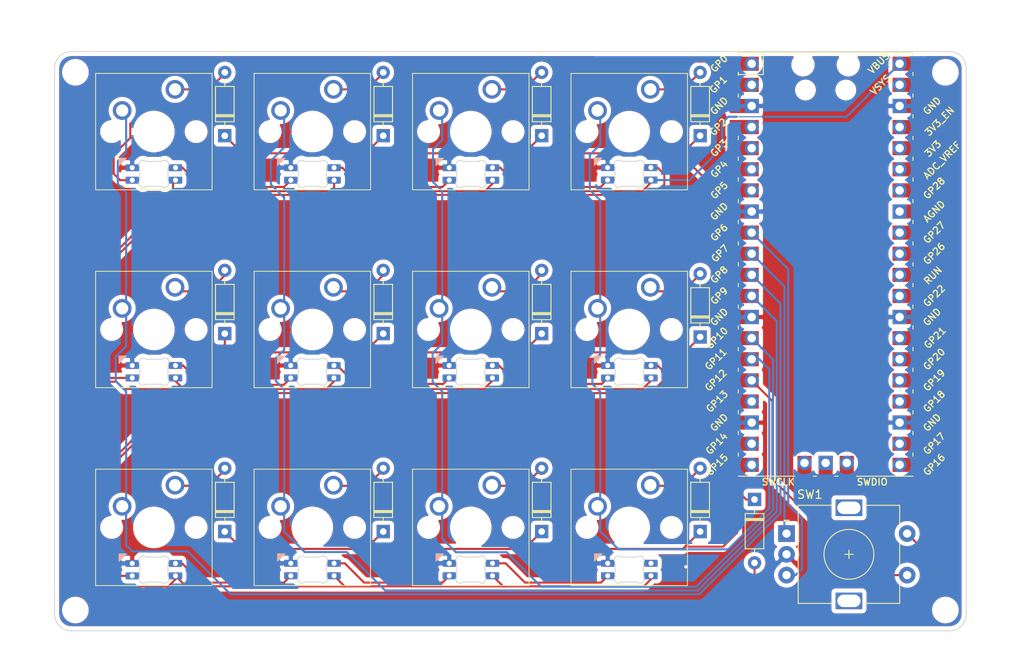
<source format=kicad_pcb>
(kicad_pcb (version 20171130) (host pcbnew "(5.1.10)-1")
  (layers (0 F.Cu signal) (31 B.Cu signal) (34 B.Paste user) (35 F.Paste user) (36 B.SilkS user) (37 F.SilkS user) (38 B.Mask user) (39 F.Mask user) (44 Edge.Cuts user))
  (net 0 "")
  (net 1 col0)
  (net 2 col1)
  (net 3 col2)
  (net 4 col3)
  (net 5 row0)
  (net 6 row1)
  (net 7 row2)
  (net 8 "Net-(D_0-Pad2)")
  (net 9 "Net-(D_1-Pad2)")
  (net 10 "Net-(D_2-Pad2)")
  (net 11 "Net-(D_3-Pad2)")
  (net 12 "Net-(D_4-Pad2)")
  (net 13 "Net-(D_5-Pad2)")
  (net 14 "Net-(D_6-Pad2)")
  (net 15 "Net-(D_7-Pad2)")
  (net 16 "Net-(D_8-Pad2)")
  (net 17 "Net-(D_9-Pad2)")
  (net 18 "Net-(D_10-Pad2)")
  (net 19 "Net-(D_11-Pad2)")
  (net 20 "Net-(U1-Pad43)")
  (net 21 "Net-(U1-Pad42)")
  (net 22 "Net-(U1-Pad41)")
  (net 23 "Net-(U1-Pad21)")
  (net 24 "Net-(U1-Pad22)")
  (net 25 "Net-(U1-Pad29)")
  (net 26 "Net-(U1-Pad30)")
  (net 27 "Net-(U1-Pad33)")
  (net 28 "Net-(U1-Pad35)")
  (net 29 "Net-(U1-Pad36)")
  (net 30 "Net-(U1-Pad37)")
  (net 31 "Net-(U1-Pad39)")
  (net 32 "Net-(U1-Pad5)")
  (net 33 "Net-(U1-Pad4)")
  (net 34 "Net-(U1-Pad2)")
  (net 35 "Net-(U1-Pad31)")
  (net 36 "Net-(U1-Pad32)")
  (net 37 "Net-(U1-Pad34)")
  (net 38 GND)
  (net 39 LEDDINPIN)
  (net 40 VBUS)
  (net 41 "Net-(D10-Pad2)")
  (net 42 "Net-(D10-Pad4)")
  (net 43 "Net-(D1-Pad2)")
  (net 44 "Net-(D2-Pad2)")
  (net 45 "Net-(D3-Pad2)")
  (net 46 "Net-(D4-Pad2)")
  (net 47 "Net-(D5-Pad2)")
  (net 48 "Net-(D6-Pad2)")
  (net 49 "Net-(D7-Pad2)")
  (net 50 "Net-(D8-Pad2)")
  (net 51 "Net-(D11-Pad2)")
  (net 52 "Net-(U1-Pad7)")
  (net 53 "Net-(D_14-Pad2)")
  (net 54 col4)
  (net 55 ROTB)
  (net 56 ROTA)
  (net 57 "Net-(U1-Pad24)")
  (net 58 "Net-(U1-Pad25)")
  (net 59 "Net-(U1-Pad26)")
  (net 60 "Net-(U1-Pad27)")
  (net 61 "Net-(U1-Pad6)")
  (module Diode_THT:D_DO-35_SOD27_P7.62mm_Horizontal (layer F.Cu) (at 147.55 92.7 270)
    (fp_text reference D_14)
    (fp_text value D)
    (pad 2 thru_hole oval (at 7.62 0 270) (size 1.6 1.6) (drill 0.8) (layers *.Cu *.Mask) (net 53 "Net-(D_14-Pad2)"))
    (pad 1 thru_hole rect (at 0 0 270) (size 1.6 1.6) (drill 0.8) (layers *.Cu *.Mask) (net 7 row2))
  )
  (module Rotary_Encoder:RotaryEncoder_Alps_EC11E-Switch_Vertical_H20mm (layer F.Cu) (at 151.4 96.8)
    (fp_text reference SW1 (at 2.8 -4.7) (layer F.SilkS))
    (fp_text value Rotary_Encoder_Switch)
    (pad A thru_hole rect (at 0 0) (size 2 2) (drill 1) (layers *.Cu *.Mask) (net 56 ROTA))
    (pad C thru_hole circle (at 0 2.5) (size 2 2) (drill 1) (layers *.Cu *.Mask) (net 38 GND))
    (pad B thru_hole circle (at 0 5) (size 2 2) (drill 1) (layers *.Cu *.Mask) (net 55 ROTB))
    (pad MP thru_hole rect (at 7.5 -3.1) (size 3.2 2) (drill oval 2.8 1.5) (layers *.Cu *.Mask))
    (pad MP thru_hole rect (at 7.5 8.1) (size 3.2 2) (drill oval 2.8 1.5) (layers *.Cu *.Mask))
    (pad S2 thru_hole circle (at 14.5 0) (size 2 2) (drill 1) (layers *.Cu *.Mask) (net 53 "Net-(D_14-Pad2)"))
    (pad S1 thru_hole circle (at 14.5 5) (size 2 2) (drill 1) (layers *.Cu *.Mask) (net 54 col4))
  )
  (module sk6812mini:MX_SK6812MINI-E_REV (layer F.Cu) (at 94.4 96.05)
    (fp_text reference D10 hide)
    (fp_text value SK6812MINI-E)
    (fp_line (start -0.794452 3.58) (end 0.794452 3.58) (layer Edge.Cuts) (width 0.1))
    (fp_line (start -1.699999 5.782842) (end -1.699999 4.377158) (layer Edge.Cuts) (width 0.1))
    (fp_line (start 0.794452 6.579999) (end -0.794453 6.579999) (layer Edge.Cuts) (width 0.1))
    (fp_line (start 1.699999 4.377158) (end 1.699999 5.782842) (layer Edge.Cuts) (width 0.1))
    (fp_arc (start 1.298969 3.943403) (end 1.749484 4.16028) (angle -146.0053744) (layer Edge.Cuts) (width 0.1))
    (fp_arc (start 2.199999 4.377158) (end 1.749484 4.16028) (angle -25.70611205) (layer Edge.Cuts) (width 0.1))
    (fp_arc (start 2.199999 5.782842) (end 1.699999 5.782842) (angle -25.70611954) (layer Edge.Cuts) (width 0.1))
    (fp_arc (start 1.298969 6.216598) (end 1.046711 6.648299) (angle -146.0054017) (layer Edge.Cuts) (width 0.1))
    (fp_arc (start 0.794452 7.079999) (end 1.046711 6.648299) (angle -30.29928212) (layer Edge.Cuts) (width 0.1))
    (fp_arc (start -0.794453 7.079999) (end -0.794453 6.579999) (angle -30.29922831) (layer Edge.Cuts) (width 0.1))
    (fp_arc (start -1.298969 6.216597) (end -1.749484 5.99972) (angle -146.0053097) (layer Edge.Cuts) (width 0.1))
    (fp_arc (start -2.199999 5.782842) (end -1.749484 5.99972) (angle -25.70608136) (layer Edge.Cuts) (width 0.1))
    (fp_arc (start -2.199999 4.377158) (end -1.699999 4.377158) (angle -25.70617777) (layer Edge.Cuts) (width 0.1))
    (fp_arc (start -1.298969 3.943402) (end -1.046711 3.511701) (angle -146.0055121) (layer Edge.Cuts) (width 0.1))
    (fp_arc (start -0.794452 3.08) (end -1.046711 3.511701) (angle -30.29933433) (layer Edge.Cuts) (width 0.1))
    (fp_arc (start 0.794452 3.08) (end 0.794452 3.58) (angle -30.2992623) (layer Edge.Cuts) (width 0.1))
    (pad 1 thru_hole roundrect (at 2.6 5.83 90) (size 0.82 1.6) (drill 0.6) (layers *.Cu *.Mask) (roundrect_rratio 0.1) (net 40 VBUS))
    (pad 2 thru_hole roundrect (at 2.6 4.33 90) (size 0.82 1.6) (drill 0.6) (layers *.Cu *.Mask) (roundrect_rratio 0.1) (net 41 "Net-(D10-Pad2)"))
    (pad 4 thru_hole roundrect (at -2.6 5.83 90) (size 0.82 1.6) (drill 0.6) (layers *.Cu *.Mask) (roundrect_rratio 0.1) (net 42 "Net-(D10-Pad4)"))
    (pad 3 thru_hole roundrect (at -2.6 4.33 90) (size 0.82 1.6) (drill 0.6) (layers *.Cu *.Mask) (roundrect_rratio 0.1) (net 38 GND))
  )
  (module MX_Only:MXOnly-1U-NoLED (layer F.Cu) (at 132.485 96.06)
    (fp_text reference K_11)
    (fp_text value KEYSW hide)
    (pad 2 thru_hole circle (at 2.54 -5.08) (size 2.25 2.25) (drill 1.47) (layers *.Cu B.Mask) (net 19 "Net-(D_11-Pad2)"))
    (pad "" np_thru_hole circle (at 0 0) (size 3.9878 3.9878) (drill 3.9878) (layers *.Cu *.Mask))
    (pad 1 thru_hole circle (at -3.81 -2.54) (size 2.25 2.25) (drill 1.47) (layers *.Cu B.Mask) (net 4 col3))
    (pad "" np_thru_hole circle (at -5.08 0 48.0996) (size 1.75 1.75) (drill 1.75) (layers *.Cu *.Mask))
    (pad "" np_thru_hole circle (at 5.08 0 48.0996) (size 1.75 1.75) (drill 1.75) (layers *.Cu *.Mask))
  )
  (module sk6812mini:MX_SK6812MINI-E_REV (layer F.Cu) (at 132.5 96.05)
    (fp_text reference D12 hide)
    (fp_text value SK6812MINI-E)
    (fp_line (start 1.699999 4.377158) (end 1.699999 5.782842) (layer Edge.Cuts) (width 0.1))
    (fp_line (start 0.794452 6.579999) (end -0.794453 6.579999) (layer Edge.Cuts) (width 0.1))
    (fp_line (start -1.699999 5.782842) (end -1.699999 4.377158) (layer Edge.Cuts) (width 0.1))
    (fp_line (start -0.794452 3.58) (end 0.794452 3.58) (layer Edge.Cuts) (width 0.1))
    (fp_arc (start 0.794452 3.08) (end 0.794452 3.58) (angle -30.2992623) (layer Edge.Cuts) (width 0.1))
    (fp_arc (start -0.794452 3.08) (end -1.046711 3.511701) (angle -30.29933433) (layer Edge.Cuts) (width 0.1))
    (fp_arc (start -1.298969 3.943402) (end -1.046711 3.511701) (angle -146.0055121) (layer Edge.Cuts) (width 0.1))
    (fp_arc (start -2.199999 4.377158) (end -1.699999 4.377158) (angle -25.70617777) (layer Edge.Cuts) (width 0.1))
    (fp_arc (start -2.199999 5.782842) (end -1.749484 5.99972) (angle -25.70608136) (layer Edge.Cuts) (width 0.1))
    (fp_arc (start -1.298969 6.216597) (end -1.749484 5.99972) (angle -146.0053097) (layer Edge.Cuts) (width 0.1))
    (fp_arc (start -0.794453 7.079999) (end -0.794453 6.579999) (angle -30.29922831) (layer Edge.Cuts) (width 0.1))
    (fp_arc (start 0.794452 7.079999) (end 1.046711 6.648299) (angle -30.29928212) (layer Edge.Cuts) (width 0.1))
    (fp_arc (start 1.298969 6.216598) (end 1.046711 6.648299) (angle -146.0054017) (layer Edge.Cuts) (width 0.1))
    (fp_arc (start 2.199999 5.782842) (end 1.699999 5.782842) (angle -25.70611954) (layer Edge.Cuts) (width 0.1))
    (fp_arc (start 2.199999 4.377158) (end 1.749484 4.16028) (angle -25.70611205) (layer Edge.Cuts) (width 0.1))
    (fp_arc (start 1.298969 3.943403) (end 1.749484 4.16028) (angle -146.0053744) (layer Edge.Cuts) (width 0.1))
    (pad 3 thru_hole roundrect (at -2.6 4.33 90) (size 0.82 1.6) (drill 0.6) (layers *.Cu *.Mask) (roundrect_rratio 0.1) (net 38 GND))
    (pad 4 thru_hole roundrect (at -2.6 5.83 90) (size 0.82 1.6) (drill 0.6) (layers *.Cu *.Mask) (roundrect_rratio 0.1) (net 51 "Net-(D11-Pad2)"))
    (pad 2 thru_hole roundrect (at 2.6 4.33 90) (size 0.82 1.6) (drill 0.6) (layers *.Cu *.Mask) (roundrect_rratio 0.1))
    (pad 1 thru_hole roundrect (at 2.6 5.83 90) (size 0.82 1.6) (drill 0.6) (layers *.Cu *.Mask) (roundrect_rratio 0.1) (net 40 VBUS))
  )
  (module sk6812mini:MX_SK6812MINI-E_REV (layer F.Cu) (at 113.45 96.05)
    (fp_text reference D11 hide)
    (fp_text value SK6812MINI-E)
    (fp_line (start 1.699999 4.377158) (end 1.699999 5.782842) (layer Edge.Cuts) (width 0.1))
    (fp_line (start 0.794452 6.579999) (end -0.794453 6.579999) (layer Edge.Cuts) (width 0.1))
    (fp_line (start -1.699999 5.782842) (end -1.699999 4.377158) (layer Edge.Cuts) (width 0.1))
    (fp_line (start -0.794452 3.58) (end 0.794452 3.58) (layer Edge.Cuts) (width 0.1))
    (fp_arc (start 0.794452 3.08) (end 0.794452 3.58) (angle -30.2992623) (layer Edge.Cuts) (width 0.1))
    (fp_arc (start -0.794452 3.08) (end -1.046711 3.511701) (angle -30.29933433) (layer Edge.Cuts) (width 0.1))
    (fp_arc (start -1.298969 3.943402) (end -1.046711 3.511701) (angle -146.0055121) (layer Edge.Cuts) (width 0.1))
    (fp_arc (start -2.199999 4.377158) (end -1.699999 4.377158) (angle -25.70617777) (layer Edge.Cuts) (width 0.1))
    (fp_arc (start -2.199999 5.782842) (end -1.749484 5.99972) (angle -25.70608136) (layer Edge.Cuts) (width 0.1))
    (fp_arc (start -1.298969 6.216597) (end -1.749484 5.99972) (angle -146.0053097) (layer Edge.Cuts) (width 0.1))
    (fp_arc (start -0.794453 7.079999) (end -0.794453 6.579999) (angle -30.29922831) (layer Edge.Cuts) (width 0.1))
    (fp_arc (start 0.794452 7.079999) (end 1.046711 6.648299) (angle -30.29928212) (layer Edge.Cuts) (width 0.1))
    (fp_arc (start 1.298969 6.216598) (end 1.046711 6.648299) (angle -146.0054017) (layer Edge.Cuts) (width 0.1))
    (fp_arc (start 2.199999 5.782842) (end 1.699999 5.782842) (angle -25.70611954) (layer Edge.Cuts) (width 0.1))
    (fp_arc (start 2.199999 4.377158) (end 1.749484 4.16028) (angle -25.70611205) (layer Edge.Cuts) (width 0.1))
    (fp_arc (start 1.298969 3.943403) (end 1.749484 4.16028) (angle -146.0053744) (layer Edge.Cuts) (width 0.1))
    (pad 3 thru_hole roundrect (at -2.6 4.33 90) (size 0.82 1.6) (drill 0.6) (layers *.Cu *.Mask) (roundrect_rratio 0.1) (net 38 GND))
    (pad 4 thru_hole roundrect (at -2.6 5.83 90) (size 0.82 1.6) (drill 0.6) (layers *.Cu *.Mask) (roundrect_rratio 0.1) (net 41 "Net-(D10-Pad2)"))
    (pad 2 thru_hole roundrect (at 2.6 4.33 90) (size 0.82 1.6) (drill 0.6) (layers *.Cu *.Mask) (roundrect_rratio 0.1) (net 51 "Net-(D11-Pad2)"))
    (pad 1 thru_hole roundrect (at 2.6 5.83 90) (size 0.82 1.6) (drill 0.6) (layers *.Cu *.Mask) (roundrect_rratio 0.1) (net 40 VBUS))
  )
  (module sk6812mini:MX_SK6812MINI-E_REV (layer F.Cu) (at 75.335 96.06)
    (fp_text reference D9 hide)
    (fp_text value SK6812MINI-E)
    (fp_line (start 1.699999 4.377158) (end 1.699999 5.782842) (layer Edge.Cuts) (width 0.1))
    (fp_line (start 0.794452 6.579999) (end -0.794453 6.579999) (layer Edge.Cuts) (width 0.1))
    (fp_line (start -1.699999 5.782842) (end -1.699999 4.377158) (layer Edge.Cuts) (width 0.1))
    (fp_line (start -0.794452 3.58) (end 0.794452 3.58) (layer Edge.Cuts) (width 0.1))
    (fp_arc (start 0.794452 3.08) (end 0.794452 3.58) (angle -30.2992623) (layer Edge.Cuts) (width 0.1))
    (fp_arc (start -0.794452 3.08) (end -1.046711 3.511701) (angle -30.29933433) (layer Edge.Cuts) (width 0.1))
    (fp_arc (start -1.298969 3.943402) (end -1.046711 3.511701) (angle -146.0055121) (layer Edge.Cuts) (width 0.1))
    (fp_arc (start -2.199999 4.377158) (end -1.699999 4.377158) (angle -25.70617777) (layer Edge.Cuts) (width 0.1))
    (fp_arc (start -2.199999 5.782842) (end -1.749484 5.99972) (angle -25.70608136) (layer Edge.Cuts) (width 0.1))
    (fp_arc (start -1.298969 6.216597) (end -1.749484 5.99972) (angle -146.0053097) (layer Edge.Cuts) (width 0.1))
    (fp_arc (start -0.794453 7.079999) (end -0.794453 6.579999) (angle -30.29922831) (layer Edge.Cuts) (width 0.1))
    (fp_arc (start 0.794452 7.079999) (end 1.046711 6.648299) (angle -30.29928212) (layer Edge.Cuts) (width 0.1))
    (fp_arc (start 1.298969 6.216598) (end 1.046711 6.648299) (angle -146.0054017) (layer Edge.Cuts) (width 0.1))
    (fp_arc (start 2.199999 5.782842) (end 1.699999 5.782842) (angle -25.70611954) (layer Edge.Cuts) (width 0.1))
    (fp_arc (start 2.199999 4.377158) (end 1.749484 4.16028) (angle -25.70611205) (layer Edge.Cuts) (width 0.1))
    (fp_arc (start 1.298969 3.943403) (end 1.749484 4.16028) (angle -146.0053744) (layer Edge.Cuts) (width 0.1))
    (pad 3 thru_hole roundrect (at -2.6 4.33 90) (size 0.82 1.6) (drill 0.6) (layers *.Cu *.Mask) (roundrect_rratio 0.1) (net 38 GND))
    (pad 4 thru_hole roundrect (at -2.6 5.83 90) (size 0.82 1.6) (drill 0.6) (layers *.Cu *.Mask) (roundrect_rratio 0.1) (net 50 "Net-(D8-Pad2)"))
    (pad 2 thru_hole roundrect (at 2.6 4.33 90) (size 0.82 1.6) (drill 0.6) (layers *.Cu *.Mask) (roundrect_rratio 0.1) (net 42 "Net-(D10-Pad4)"))
    (pad 1 thru_hole roundrect (at 2.6 5.83 90) (size 0.82 1.6) (drill 0.6) (layers *.Cu *.Mask) (roundrect_rratio 0.1) (net 40 VBUS))
  )
  (module sk6812mini:MX_SK6812MINI-E_REV (layer F.Cu) (at 132.5 72.25)
    (fp_text reference D8 hide)
    (fp_text value SK6812MINI-E)
    (fp_line (start 1.699999 4.377158) (end 1.699999 5.782842) (layer Edge.Cuts) (width 0.1))
    (fp_line (start 0.794452 6.579999) (end -0.794453 6.579999) (layer Edge.Cuts) (width 0.1))
    (fp_line (start -1.699999 5.782842) (end -1.699999 4.377158) (layer Edge.Cuts) (width 0.1))
    (fp_line (start -0.794452 3.58) (end 0.794452 3.58) (layer Edge.Cuts) (width 0.1))
    (fp_arc (start 0.794452 3.08) (end 0.794452 3.58) (angle -30.2992623) (layer Edge.Cuts) (width 0.1))
    (fp_arc (start -0.794452 3.08) (end -1.046711 3.511701) (angle -30.29933433) (layer Edge.Cuts) (width 0.1))
    (fp_arc (start -1.298969 3.943402) (end -1.046711 3.511701) (angle -146.0055121) (layer Edge.Cuts) (width 0.1))
    (fp_arc (start -2.199999 4.377158) (end -1.699999 4.377158) (angle -25.70617777) (layer Edge.Cuts) (width 0.1))
    (fp_arc (start -2.199999 5.782842) (end -1.749484 5.99972) (angle -25.70608136) (layer Edge.Cuts) (width 0.1))
    (fp_arc (start -1.298969 6.216597) (end -1.749484 5.99972) (angle -146.0053097) (layer Edge.Cuts) (width 0.1))
    (fp_arc (start -0.794453 7.079999) (end -0.794453 6.579999) (angle -30.29922831) (layer Edge.Cuts) (width 0.1))
    (fp_arc (start 0.794452 7.079999) (end 1.046711 6.648299) (angle -30.29928212) (layer Edge.Cuts) (width 0.1))
    (fp_arc (start 1.298969 6.216598) (end 1.046711 6.648299) (angle -146.0054017) (layer Edge.Cuts) (width 0.1))
    (fp_arc (start 2.199999 5.782842) (end 1.699999 5.782842) (angle -25.70611954) (layer Edge.Cuts) (width 0.1))
    (fp_arc (start 2.199999 4.377158) (end 1.749484 4.16028) (angle -25.70611205) (layer Edge.Cuts) (width 0.1))
    (fp_arc (start 1.298969 3.943403) (end 1.749484 4.16028) (angle -146.0053744) (layer Edge.Cuts) (width 0.1))
    (pad 3 thru_hole roundrect (at -2.6 4.33 90) (size 0.82 1.6) (drill 0.6) (layers *.Cu *.Mask) (roundrect_rratio 0.1) (net 38 GND))
    (pad 4 thru_hole roundrect (at -2.6 5.83 90) (size 0.82 1.6) (drill 0.6) (layers *.Cu *.Mask) (roundrect_rratio 0.1) (net 49 "Net-(D7-Pad2)"))
    (pad 2 thru_hole roundrect (at 2.6 4.33 90) (size 0.82 1.6) (drill 0.6) (layers *.Cu *.Mask) (roundrect_rratio 0.1) (net 50 "Net-(D8-Pad2)"))
    (pad 1 thru_hole roundrect (at 2.6 5.83 90) (size 0.82 1.6) (drill 0.6) (layers *.Cu *.Mask) (roundrect_rratio 0.1) (net 40 VBUS))
  )
  (module sk6812mini:MX_SK6812MINI-E_REV (layer F.Cu) (at 113.435 72.2475)
    (fp_text reference D7 hide)
    (fp_text value SK6812MINI-E)
    (fp_line (start 1.699999 4.377158) (end 1.699999 5.782842) (layer Edge.Cuts) (width 0.1))
    (fp_line (start 0.794452 6.579999) (end -0.794453 6.579999) (layer Edge.Cuts) (width 0.1))
    (fp_line (start -1.699999 5.782842) (end -1.699999 4.377158) (layer Edge.Cuts) (width 0.1))
    (fp_line (start -0.794452 3.58) (end 0.794452 3.58) (layer Edge.Cuts) (width 0.1))
    (fp_arc (start 0.794452 3.08) (end 0.794452 3.58) (angle -30.2992623) (layer Edge.Cuts) (width 0.1))
    (fp_arc (start -0.794452 3.08) (end -1.046711 3.511701) (angle -30.29933433) (layer Edge.Cuts) (width 0.1))
    (fp_arc (start -1.298969 3.943402) (end -1.046711 3.511701) (angle -146.0055121) (layer Edge.Cuts) (width 0.1))
    (fp_arc (start -2.199999 4.377158) (end -1.699999 4.377158) (angle -25.70617777) (layer Edge.Cuts) (width 0.1))
    (fp_arc (start -2.199999 5.782842) (end -1.749484 5.99972) (angle -25.70608136) (layer Edge.Cuts) (width 0.1))
    (fp_arc (start -1.298969 6.216597) (end -1.749484 5.99972) (angle -146.0053097) (layer Edge.Cuts) (width 0.1))
    (fp_arc (start -0.794453 7.079999) (end -0.794453 6.579999) (angle -30.29922831) (layer Edge.Cuts) (width 0.1))
    (fp_arc (start 0.794452 7.079999) (end 1.046711 6.648299) (angle -30.29928212) (layer Edge.Cuts) (width 0.1))
    (fp_arc (start 1.298969 6.216598) (end 1.046711 6.648299) (angle -146.0054017) (layer Edge.Cuts) (width 0.1))
    (fp_arc (start 2.199999 5.782842) (end 1.699999 5.782842) (angle -25.70611954) (layer Edge.Cuts) (width 0.1))
    (fp_arc (start 2.199999 4.377158) (end 1.749484 4.16028) (angle -25.70611205) (layer Edge.Cuts) (width 0.1))
    (fp_arc (start 1.298969 3.943403) (end 1.749484 4.16028) (angle -146.0053744) (layer Edge.Cuts) (width 0.1))
    (pad 3 thru_hole roundrect (at -2.6 4.33 90) (size 0.82 1.6) (drill 0.6) (layers *.Cu *.Mask) (roundrect_rratio 0.1) (net 38 GND))
    (pad 4 thru_hole roundrect (at -2.6 5.83 90) (size 0.82 1.6) (drill 0.6) (layers *.Cu *.Mask) (roundrect_rratio 0.1) (net 48 "Net-(D6-Pad2)"))
    (pad 2 thru_hole roundrect (at 2.6 4.33 90) (size 0.82 1.6) (drill 0.6) (layers *.Cu *.Mask) (roundrect_rratio 0.1) (net 49 "Net-(D7-Pad2)"))
    (pad 1 thru_hole roundrect (at 2.6 5.83 90) (size 0.82 1.6) (drill 0.6) (layers *.Cu *.Mask) (roundrect_rratio 0.1) (net 40 VBUS))
  )
  (module sk6812mini:MX_SK6812MINI-E_REV (layer F.Cu) (at 94.385 72.2475)
    (fp_text reference D6 hide)
    (fp_text value SK6812MINI-E)
    (fp_line (start 1.699999 4.377158) (end 1.699999 5.782842) (layer Edge.Cuts) (width 0.1))
    (fp_line (start 0.794452 6.579999) (end -0.794453 6.579999) (layer Edge.Cuts) (width 0.1))
    (fp_line (start -1.699999 5.782842) (end -1.699999 4.377158) (layer Edge.Cuts) (width 0.1))
    (fp_line (start -0.794452 3.58) (end 0.794452 3.58) (layer Edge.Cuts) (width 0.1))
    (fp_arc (start 0.794452 3.08) (end 0.794452 3.58) (angle -30.2992623) (layer Edge.Cuts) (width 0.1))
    (fp_arc (start -0.794452 3.08) (end -1.046711 3.511701) (angle -30.29933433) (layer Edge.Cuts) (width 0.1))
    (fp_arc (start -1.298969 3.943402) (end -1.046711 3.511701) (angle -146.0055121) (layer Edge.Cuts) (width 0.1))
    (fp_arc (start -2.199999 4.377158) (end -1.699999 4.377158) (angle -25.70617777) (layer Edge.Cuts) (width 0.1))
    (fp_arc (start -2.199999 5.782842) (end -1.749484 5.99972) (angle -25.70608136) (layer Edge.Cuts) (width 0.1))
    (fp_arc (start -1.298969 6.216597) (end -1.749484 5.99972) (angle -146.0053097) (layer Edge.Cuts) (width 0.1))
    (fp_arc (start -0.794453 7.079999) (end -0.794453 6.579999) (angle -30.29922831) (layer Edge.Cuts) (width 0.1))
    (fp_arc (start 0.794452 7.079999) (end 1.046711 6.648299) (angle -30.29928212) (layer Edge.Cuts) (width 0.1))
    (fp_arc (start 1.298969 6.216598) (end 1.046711 6.648299) (angle -146.0054017) (layer Edge.Cuts) (width 0.1))
    (fp_arc (start 2.199999 5.782842) (end 1.699999 5.782842) (angle -25.70611954) (layer Edge.Cuts) (width 0.1))
    (fp_arc (start 2.199999 4.377158) (end 1.749484 4.16028) (angle -25.70611205) (layer Edge.Cuts) (width 0.1))
    (fp_arc (start 1.298969 3.943403) (end 1.749484 4.16028) (angle -146.0053744) (layer Edge.Cuts) (width 0.1))
    (pad 3 thru_hole roundrect (at -2.6 4.33 90) (size 0.82 1.6) (drill 0.6) (layers *.Cu *.Mask) (roundrect_rratio 0.1) (net 38 GND))
    (pad 4 thru_hole roundrect (at -2.6 5.83 90) (size 0.82 1.6) (drill 0.6) (layers *.Cu *.Mask) (roundrect_rratio 0.1) (net 47 "Net-(D5-Pad2)"))
    (pad 2 thru_hole roundrect (at 2.6 4.33 90) (size 0.82 1.6) (drill 0.6) (layers *.Cu *.Mask) (roundrect_rratio 0.1) (net 48 "Net-(D6-Pad2)"))
    (pad 1 thru_hole roundrect (at 2.6 5.83 90) (size 0.82 1.6) (drill 0.6) (layers *.Cu *.Mask) (roundrect_rratio 0.1) (net 40 VBUS))
  )
  (module sk6812mini:MX_SK6812MINI-E_REV (layer F.Cu) (at 75.335 72.2475)
    (fp_text reference D5 hide)
    (fp_text value SK6812MINI-E)
    (fp_line (start 1.699999 4.377158) (end 1.699999 5.782842) (layer Edge.Cuts) (width 0.1))
    (fp_line (start 0.794452 6.579999) (end -0.794453 6.579999) (layer Edge.Cuts) (width 0.1))
    (fp_line (start -1.699999 5.782842) (end -1.699999 4.377158) (layer Edge.Cuts) (width 0.1))
    (fp_line (start -0.794452 3.58) (end 0.794452 3.58) (layer Edge.Cuts) (width 0.1))
    (fp_arc (start 0.794452 3.08) (end 0.794452 3.58) (angle -30.2992623) (layer Edge.Cuts) (width 0.1))
    (fp_arc (start -0.794452 3.08) (end -1.046711 3.511701) (angle -30.29933433) (layer Edge.Cuts) (width 0.1))
    (fp_arc (start -1.298969 3.943402) (end -1.046711 3.511701) (angle -146.0055121) (layer Edge.Cuts) (width 0.1))
    (fp_arc (start -2.199999 4.377158) (end -1.699999 4.377158) (angle -25.70617777) (layer Edge.Cuts) (width 0.1))
    (fp_arc (start -2.199999 5.782842) (end -1.749484 5.99972) (angle -25.70608136) (layer Edge.Cuts) (width 0.1))
    (fp_arc (start -1.298969 6.216597) (end -1.749484 5.99972) (angle -146.0053097) (layer Edge.Cuts) (width 0.1))
    (fp_arc (start -0.794453 7.079999) (end -0.794453 6.579999) (angle -30.29922831) (layer Edge.Cuts) (width 0.1))
    (fp_arc (start 0.794452 7.079999) (end 1.046711 6.648299) (angle -30.29928212) (layer Edge.Cuts) (width 0.1))
    (fp_arc (start 1.298969 6.216598) (end 1.046711 6.648299) (angle -146.0054017) (layer Edge.Cuts) (width 0.1))
    (fp_arc (start 2.199999 5.782842) (end 1.699999 5.782842) (angle -25.70611954) (layer Edge.Cuts) (width 0.1))
    (fp_arc (start 2.199999 4.377158) (end 1.749484 4.16028) (angle -25.70611205) (layer Edge.Cuts) (width 0.1))
    (fp_arc (start 1.298969 3.943403) (end 1.749484 4.16028) (angle -146.0053744) (layer Edge.Cuts) (width 0.1))
    (pad 3 thru_hole roundrect (at -2.6 4.33 90) (size 0.82 1.6) (drill 0.6) (layers *.Cu *.Mask) (roundrect_rratio 0.1) (net 38 GND))
    (pad 4 thru_hole roundrect (at -2.6 5.83 90) (size 0.82 1.6) (drill 0.6) (layers *.Cu *.Mask) (roundrect_rratio 0.1) (net 46 "Net-(D4-Pad2)"))
    (pad 2 thru_hole roundrect (at 2.6 4.33 90) (size 0.82 1.6) (drill 0.6) (layers *.Cu *.Mask) (roundrect_rratio 0.1) (net 47 "Net-(D5-Pad2)"))
    (pad 1 thru_hole roundrect (at 2.6 5.83 90) (size 0.82 1.6) (drill 0.6) (layers *.Cu *.Mask) (roundrect_rratio 0.1) (net 40 VBUS))
  )
  (module sk6812mini:MX_SK6812MINI-E_REV (layer F.Cu) (at 132.485 48.435)
    (fp_text reference D4 hide)
    (fp_text value SK6812MINI-E)
    (fp_line (start 1.699999 4.377158) (end 1.699999 5.782842) (layer Edge.Cuts) (width 0.1))
    (fp_line (start 0.794452 6.579999) (end -0.794453 6.579999) (layer Edge.Cuts) (width 0.1))
    (fp_line (start -1.699999 5.782842) (end -1.699999 4.377158) (layer Edge.Cuts) (width 0.1))
    (fp_line (start -0.794452 3.58) (end 0.794452 3.58) (layer Edge.Cuts) (width 0.1))
    (fp_arc (start 0.794452 3.08) (end 0.794452 3.58) (angle -30.2992623) (layer Edge.Cuts) (width 0.1))
    (fp_arc (start -0.794452 3.08) (end -1.046711 3.511701) (angle -30.29933433) (layer Edge.Cuts) (width 0.1))
    (fp_arc (start -1.298969 3.943402) (end -1.046711 3.511701) (angle -146.0055121) (layer Edge.Cuts) (width 0.1))
    (fp_arc (start -2.199999 4.377158) (end -1.699999 4.377158) (angle -25.70617777) (layer Edge.Cuts) (width 0.1))
    (fp_arc (start -2.199999 5.782842) (end -1.749484 5.99972) (angle -25.70608136) (layer Edge.Cuts) (width 0.1))
    (fp_arc (start -1.298969 6.216597) (end -1.749484 5.99972) (angle -146.0053097) (layer Edge.Cuts) (width 0.1))
    (fp_arc (start -0.794453 7.079999) (end -0.794453 6.579999) (angle -30.29922831) (layer Edge.Cuts) (width 0.1))
    (fp_arc (start 0.794452 7.079999) (end 1.046711 6.648299) (angle -30.29928212) (layer Edge.Cuts) (width 0.1))
    (fp_arc (start 1.298969 6.216598) (end 1.046711 6.648299) (angle -146.0054017) (layer Edge.Cuts) (width 0.1))
    (fp_arc (start 2.199999 5.782842) (end 1.699999 5.782842) (angle -25.70611954) (layer Edge.Cuts) (width 0.1))
    (fp_arc (start 2.199999 4.377158) (end 1.749484 4.16028) (angle -25.70611205) (layer Edge.Cuts) (width 0.1))
    (fp_arc (start 1.298969 3.943403) (end 1.749484 4.16028) (angle -146.0053744) (layer Edge.Cuts) (width 0.1))
    (pad 3 thru_hole roundrect (at -2.6 4.33 90) (size 0.82 1.6) (drill 0.6) (layers *.Cu *.Mask) (roundrect_rratio 0.1) (net 38 GND))
    (pad 4 thru_hole roundrect (at -2.6 5.83 90) (size 0.82 1.6) (drill 0.6) (layers *.Cu *.Mask) (roundrect_rratio 0.1) (net 45 "Net-(D3-Pad2)"))
    (pad 2 thru_hole roundrect (at 2.6 4.33 90) (size 0.82 1.6) (drill 0.6) (layers *.Cu *.Mask) (roundrect_rratio 0.1) (net 46 "Net-(D4-Pad2)"))
    (pad 1 thru_hole roundrect (at 2.6 5.83 90) (size 0.82 1.6) (drill 0.6) (layers *.Cu *.Mask) (roundrect_rratio 0.1) (net 40 VBUS))
  )
  (module sk6812mini:MX_SK6812MINI-E_REV (layer F.Cu) (at 113.45 48.45)
    (fp_text reference D3 hide)
    (fp_text value SK6812MINI-E)
    (fp_line (start 1.699999 4.377158) (end 1.699999 5.782842) (layer Edge.Cuts) (width 0.1))
    (fp_line (start 0.794452 6.579999) (end -0.794453 6.579999) (layer Edge.Cuts) (width 0.1))
    (fp_line (start -1.699999 5.782842) (end -1.699999 4.377158) (layer Edge.Cuts) (width 0.1))
    (fp_line (start -0.794452 3.58) (end 0.794452 3.58) (layer Edge.Cuts) (width 0.1))
    (fp_arc (start 0.794452 3.08) (end 0.794452 3.58) (angle -30.2992623) (layer Edge.Cuts) (width 0.1))
    (fp_arc (start -0.794452 3.08) (end -1.046711 3.511701) (angle -30.29933433) (layer Edge.Cuts) (width 0.1))
    (fp_arc (start -1.298969 3.943402) (end -1.046711 3.511701) (angle -146.0055121) (layer Edge.Cuts) (width 0.1))
    (fp_arc (start -2.199999 4.377158) (end -1.699999 4.377158) (angle -25.70617777) (layer Edge.Cuts) (width 0.1))
    (fp_arc (start -2.199999 5.782842) (end -1.749484 5.99972) (angle -25.70608136) (layer Edge.Cuts) (width 0.1))
    (fp_arc (start -1.298969 6.216597) (end -1.749484 5.99972) (angle -146.0053097) (layer Edge.Cuts) (width 0.1))
    (fp_arc (start -0.794453 7.079999) (end -0.794453 6.579999) (angle -30.29922831) (layer Edge.Cuts) (width 0.1))
    (fp_arc (start 0.794452 7.079999) (end 1.046711 6.648299) (angle -30.29928212) (layer Edge.Cuts) (width 0.1))
    (fp_arc (start 1.298969 6.216598) (end 1.046711 6.648299) (angle -146.0054017) (layer Edge.Cuts) (width 0.1))
    (fp_arc (start 2.199999 5.782842) (end 1.699999 5.782842) (angle -25.70611954) (layer Edge.Cuts) (width 0.1))
    (fp_arc (start 2.199999 4.377158) (end 1.749484 4.16028) (angle -25.70611205) (layer Edge.Cuts) (width 0.1))
    (fp_arc (start 1.298969 3.943403) (end 1.749484 4.16028) (angle -146.0053744) (layer Edge.Cuts) (width 0.1))
    (pad 3 thru_hole roundrect (at -2.6 4.33 90) (size 0.82 1.6) (drill 0.6) (layers *.Cu *.Mask) (roundrect_rratio 0.1) (net 38 GND))
    (pad 4 thru_hole roundrect (at -2.6 5.83 90) (size 0.82 1.6) (drill 0.6) (layers *.Cu *.Mask) (roundrect_rratio 0.1) (net 44 "Net-(D2-Pad2)"))
    (pad 2 thru_hole roundrect (at 2.6 4.33 90) (size 0.82 1.6) (drill 0.6) (layers *.Cu *.Mask) (roundrect_rratio 0.1) (net 45 "Net-(D3-Pad2)"))
    (pad 1 thru_hole roundrect (at 2.6 5.83 90) (size 0.82 1.6) (drill 0.6) (layers *.Cu *.Mask) (roundrect_rratio 0.1) (net 40 VBUS))
  )
  (module sk6812mini:MX_SK6812MINI-E_REV (layer F.Cu) (at 94.4 48.45)
    (fp_text reference D2 hide)
    (fp_text value SK6812MINI-E)
    (fp_line (start 1.699999 4.377158) (end 1.699999 5.782842) (layer Edge.Cuts) (width 0.1))
    (fp_line (start 0.794452 6.579999) (end -0.794453 6.579999) (layer Edge.Cuts) (width 0.1))
    (fp_line (start -1.699999 5.782842) (end -1.699999 4.377158) (layer Edge.Cuts) (width 0.1))
    (fp_line (start -0.794452 3.58) (end 0.794452 3.58) (layer Edge.Cuts) (width 0.1))
    (fp_arc (start 0.794452 3.08) (end 0.794452 3.58) (angle -30.2992623) (layer Edge.Cuts) (width 0.1))
    (fp_arc (start -0.794452 3.08) (end -1.046711 3.511701) (angle -30.29933433) (layer Edge.Cuts) (width 0.1))
    (fp_arc (start -1.298969 3.943402) (end -1.046711 3.511701) (angle -146.0055121) (layer Edge.Cuts) (width 0.1))
    (fp_arc (start -2.199999 4.377158) (end -1.699999 4.377158) (angle -25.70617777) (layer Edge.Cuts) (width 0.1))
    (fp_arc (start -2.199999 5.782842) (end -1.749484 5.99972) (angle -25.70608136) (layer Edge.Cuts) (width 0.1))
    (fp_arc (start -1.298969 6.216597) (end -1.749484 5.99972) (angle -146.0053097) (layer Edge.Cuts) (width 0.1))
    (fp_arc (start -0.794453 7.079999) (end -0.794453 6.579999) (angle -30.29922831) (layer Edge.Cuts) (width 0.1))
    (fp_arc (start 0.794452 7.079999) (end 1.046711 6.648299) (angle -30.29928212) (layer Edge.Cuts) (width 0.1))
    (fp_arc (start 1.298969 6.216598) (end 1.046711 6.648299) (angle -146.0054017) (layer Edge.Cuts) (width 0.1))
    (fp_arc (start 2.199999 5.782842) (end 1.699999 5.782842) (angle -25.70611954) (layer Edge.Cuts) (width 0.1))
    (fp_arc (start 2.199999 4.377158) (end 1.749484 4.16028) (angle -25.70611205) (layer Edge.Cuts) (width 0.1))
    (fp_arc (start 1.298969 3.943403) (end 1.749484 4.16028) (angle -146.0053744) (layer Edge.Cuts) (width 0.1))
    (pad 3 thru_hole roundrect (at -2.6 4.33 90) (size 0.82 1.6) (drill 0.6) (layers *.Cu *.Mask) (roundrect_rratio 0.1) (net 38 GND))
    (pad 4 thru_hole roundrect (at -2.6 5.83 90) (size 0.82 1.6) (drill 0.6) (layers *.Cu *.Mask) (roundrect_rratio 0.1) (net 43 "Net-(D1-Pad2)"))
    (pad 2 thru_hole roundrect (at 2.6 4.33 90) (size 0.82 1.6) (drill 0.6) (layers *.Cu *.Mask) (roundrect_rratio 0.1) (net 44 "Net-(D2-Pad2)"))
    (pad 1 thru_hole roundrect (at 2.6 5.83 90) (size 0.82 1.6) (drill 0.6) (layers *.Cu *.Mask) (roundrect_rratio 0.1) (net 40 VBUS))
  )
  (module sk6812mini:MX_SK6812MINI-E_REV (layer F.Cu) (at 75.335 48.45)
    (fp_text reference D1 hide)
    (fp_text value SK6812MINI-E)
    (fp_line (start 1.699999 4.377158) (end 1.699999 5.782842) (layer Edge.Cuts) (width 0.1))
    (fp_line (start 0.794452 6.579999) (end -0.794453 6.579999) (layer Edge.Cuts) (width 0.1))
    (fp_line (start -1.699999 5.782842) (end -1.699999 4.377158) (layer Edge.Cuts) (width 0.1))
    (fp_line (start -0.794452 3.58) (end 0.794452 3.58) (layer Edge.Cuts) (width 0.1))
    (fp_arc (start 0.794452 3.08) (end 0.794452 3.58) (angle -30.2992623) (layer Edge.Cuts) (width 0.1))
    (fp_arc (start -0.794452 3.08) (end -1.046711 3.511701) (angle -30.29933433) (layer Edge.Cuts) (width 0.1))
    (fp_arc (start -1.298969 3.943402) (end -1.046711 3.511701) (angle -146.0055121) (layer Edge.Cuts) (width 0.1))
    (fp_arc (start -2.199999 4.377158) (end -1.699999 4.377158) (angle -25.70617777) (layer Edge.Cuts) (width 0.1))
    (fp_arc (start -2.199999 5.782842) (end -1.749484 5.99972) (angle -25.70608136) (layer Edge.Cuts) (width 0.1))
    (fp_arc (start -1.298969 6.216597) (end -1.749484 5.99972) (angle -146.0053097) (layer Edge.Cuts) (width 0.1))
    (fp_arc (start -0.794453 7.079999) (end -0.794453 6.579999) (angle -30.29922831) (layer Edge.Cuts) (width 0.1))
    (fp_arc (start 0.794452 7.079999) (end 1.046711 6.648299) (angle -30.29928212) (layer Edge.Cuts) (width 0.1))
    (fp_arc (start 1.298969 6.216598) (end 1.046711 6.648299) (angle -146.0054017) (layer Edge.Cuts) (width 0.1))
    (fp_arc (start 2.199999 5.782842) (end 1.699999 5.782842) (angle -25.70611954) (layer Edge.Cuts) (width 0.1))
    (fp_arc (start 2.199999 4.377158) (end 1.749484 4.16028) (angle -25.70611205) (layer Edge.Cuts) (width 0.1))
    (fp_arc (start 1.298969 3.943403) (end 1.749484 4.16028) (angle -146.0053744) (layer Edge.Cuts) (width 0.1))
    (pad 3 thru_hole roundrect (at -2.6 4.33 90) (size 0.82 1.6) (drill 0.6) (layers *.Cu *.Mask) (roundrect_rratio 0.1) (net 38 GND))
    (pad 4 thru_hole roundrect (at -2.6 5.83 90) (size 0.82 1.6) (drill 0.6) (layers *.Cu *.Mask) (roundrect_rratio 0.1) (net 39 LEDDINPIN))
    (pad 2 thru_hole roundrect (at 2.6 4.33 90) (size 0.82 1.6) (drill 0.6) (layers *.Cu *.Mask) (roundrect_rratio 0.1) (net 43 "Net-(D1-Pad2)"))
    (pad 1 thru_hole roundrect (at 2.6 5.83 90) (size 0.82 1.6) (drill 0.6) (layers *.Cu *.Mask) (roundrect_rratio 0.1) (net 40 VBUS))
  )
  (module MCU_RaspberryPi_and_Boards:RPi_Pico_SMD_TH (layer F.Cu) (at 156.1 64.4)
    (fp_text reference U1)
    (fp_text value Pico)
    (fp_text user SWDIO (at 5.6 26.2) (layer F.SilkS) (effects (font (size 0.8 0.8))))
    (fp_text user SWCLK (at -5.7 26.2) (layer F.SilkS) (effects (font (size 0.8 0.8))))
    (fp_text user AGND (at 13.054 -6.35 45) (layer F.SilkS) (effects (font (size 0.8 0.8))))
    (fp_text user GND (at 12.8 -19.05 45) (layer F.SilkS) (effects (font (size 0.8 0.8))))
    (fp_text user GND (at 12.8 6.35 45) (layer F.SilkS) (effects (font (size 0.8 0.8))))
    (fp_text user GND (at 12.8 19.05 45) (layer F.SilkS) (effects (font (size 0.8 0.8))))
    (fp_text user GND (at -12.8 19.05 45) (layer F.SilkS) (effects (font (size 0.8 0.8))))
    (fp_text user GND (at -12.8 6.35 45) (layer F.SilkS) (effects (font (size 0.8 0.8))))
    (fp_text user GND (at -12.8 -6.35 45) (layer F.SilkS) (effects (font (size 0.8 0.8))))
    (fp_text user GND (at -12.8 -19.05 45) (layer F.SilkS) (effects (font (size 0.8 0.8))))
    (fp_text user VBUS (at 6.4 -24.2 45) (layer F.SilkS) (effects (font (size 0.8 0.8))))
    (fp_text user VSYS (at 6.6 -21.59 45) (layer F.SilkS) (effects (font (size 0.8 0.8))))
    (fp_text user 3V3_EN (at 13.7 -17.2 45) (layer F.SilkS) (effects (font (size 0.8 0.8))))
    (fp_text user 3V3 (at 12.9 -13.9 45) (layer F.SilkS) (effects (font (size 0.8 0.8))))
    (fp_text user ADC_VREF (at 14 -12.5 45) (layer F.SilkS) (effects (font (size 0.8 0.8))))
    (fp_text user GP28 (at 13.054 -9.144 45) (layer F.SilkS) (effects (font (size 0.8 0.8))))
    (fp_text user GP27 (at 13.054 -3.8 45) (layer F.SilkS) (effects (font (size 0.8 0.8))))
    (fp_text user GP26 (at 13.054 -1.27 45) (layer F.SilkS) (effects (font (size 0.8 0.8))))
    (fp_text user RUN (at 12.9 1.35 45) (layer F.SilkS) (effects (font (size 0.8 0.8))))
    (fp_text user GP22 (at 13.054 3.81 45) (layer F.SilkS) (effects (font (size 0.8 0.8))))
    (fp_text user GP21 (at 13.15 8.85 45) (layer F.SilkS) (effects (font (size 0.8 0.8))))
    (fp_text user GP20 (at 13.054 11.43 45) (layer F.SilkS) (effects (font (size 0.8 0.8))))
    (fp_text user GP19 (at 13.054 13.97 45) (layer F.SilkS) (effects (font (size 0.8 0.8))))
    (fp_text user GP18 (at 13.054 16.51 45) (layer F.SilkS) (effects (font (size 0.8 0.8))))
    (fp_text user GP17 (at 13.054 21.59 45) (layer F.SilkS) (effects (font (size 0.8 0.8))))
    (fp_text user GP16 (at 13.054 24.13 45) (layer F.SilkS) (effects (font (size 0.8 0.8))))
    (fp_text user GP15 (at -13.054 24.13 45) (layer F.SilkS) (effects (font (size 0.8 0.8))))
    (fp_text user GP14 (at -13.1 21.59 45) (layer F.SilkS) (effects (font (size 0.8 0.8))))
    (fp_text user GP13 (at -13.054 16.51 45) (layer F.SilkS) (effects (font (size 0.8 0.8))))
    (fp_text user GP12 (at -13.2 13.97 45) (layer F.SilkS) (effects (font (size 0.8 0.8))))
    (fp_text user GP11 (at -13.2 11.43 45) (layer F.SilkS) (effects (font (size 0.8 0.8))))
    (fp_text user GP10 (at -13.054 8.89 45) (layer F.SilkS) (effects (font (size 0.8 0.8))))
    (fp_text user GP9 (at -12.8 3.81 45) (layer F.SilkS) (effects (font (size 0.8 0.8))))
    (fp_text user GP8 (at -12.8 1.27 45) (layer F.SilkS) (effects (font (size 0.8 0.8))))
    (fp_text user GP7 (at -12.7 -1.3 45) (layer F.SilkS) (effects (font (size 0.8 0.8))))
    (fp_text user GP6 (at -12.8 -3.81 45) (layer F.SilkS) (effects (font (size 0.8 0.8))))
    (fp_text user GP5 (at -12.8 -8.89 45) (layer F.SilkS) (effects (font (size 0.8 0.8))))
    (fp_text user GP4 (at -12.8 -11.43 45) (layer F.SilkS) (effects (font (size 0.8 0.8))))
    (fp_text user GP3 (at -12.8 -13.97 45) (layer F.SilkS) (effects (font (size 0.8 0.8))))
    (fp_text user GP0 (at -12.8 -24.13 45) (layer F.SilkS) (effects (font (size 0.8 0.8))))
    (fp_text user GP2 (at -12.9 -16.51 45) (layer F.SilkS) (effects (font (size 0.8 0.8))))
    (fp_text user GP1 (at -12.9 -21.6 45) (layer F.SilkS) (effects (font (size 0.8 0.8))))
    (pad 43 thru_hole oval (at 2.54 23.9) (size 1.7 1.7) (drill 1.02) (layers *.Cu *.Mask) (net 20 "Net-(U1-Pad43)"))
    (pad 43 smd rect (at 2.54 23.9 90) (size 3.5 1.7) (drill (offset -0.9 0)) (layers F.Cu F.Mask) (net 20 "Net-(U1-Pad43)"))
    (pad 42 thru_hole rect (at 0 23.9) (size 1.7 1.7) (drill 1.02) (layers *.Cu *.Mask) (net 21 "Net-(U1-Pad42)"))
    (pad 42 smd rect (at 0 23.9 90) (size 3.5 1.7) (drill (offset -0.9 0)) (layers F.Cu F.Mask) (net 21 "Net-(U1-Pad42)"))
    (pad 41 thru_hole oval (at -2.54 23.9) (size 1.7 1.7) (drill 1.02) (layers *.Cu *.Mask) (net 22 "Net-(U1-Pad41)"))
    (pad 41 smd rect (at -2.54 23.9 90) (size 3.5 1.7) (drill (offset -0.9 0)) (layers F.Cu F.Mask) (net 22 "Net-(U1-Pad41)"))
    (pad "" np_thru_hole oval (at 2.425 -20.97) (size 1.5 1.5) (drill 1.5) (layers *.Cu *.Mask))
    (pad "" np_thru_hole oval (at -2.425 -20.97) (size 1.5 1.5) (drill 1.5) (layers *.Cu *.Mask))
    (pad "" np_thru_hole oval (at 2.725 -24) (size 1.8 1.8) (drill 1.8) (layers *.Cu *.Mask))
    (pad "" np_thru_hole oval (at -2.725 -24) (size 1.8 1.8) (drill 1.8) (layers *.Cu *.Mask))
    (pad 21 smd rect (at 8.89 24.13) (size 3.5 1.7) (drill (offset 0.9 0)) (layers F.Cu F.Mask) (net 23 "Net-(U1-Pad21)"))
    (pad 22 smd rect (at 8.89 21.59) (size 3.5 1.7) (drill (offset 0.9 0)) (layers F.Cu F.Mask) (net 24 "Net-(U1-Pad22)"))
    (pad 23 smd rect (at 8.89 19.05) (size 3.5 1.7) (drill (offset 0.9 0)) (layers F.Cu F.Mask) (net 38 GND))
    (pad 24 smd rect (at 8.89 16.51) (size 3.5 1.7) (drill (offset 0.9 0)) (layers F.Cu F.Mask) (net 57 "Net-(U1-Pad24)"))
    (pad 25 smd rect (at 8.89 13.97) (size 3.5 1.7) (drill (offset 0.9 0)) (layers F.Cu F.Mask) (net 58 "Net-(U1-Pad25)"))
    (pad 26 smd rect (at 8.89 11.43) (size 3.5 1.7) (drill (offset 0.9 0)) (layers F.Cu F.Mask) (net 59 "Net-(U1-Pad26)"))
    (pad 27 smd rect (at 8.89 8.89) (size 3.5 1.7) (drill (offset 0.9 0)) (layers F.Cu F.Mask) (net 60 "Net-(U1-Pad27)"))
    (pad 28 smd rect (at 8.89 6.35) (size 3.5 1.7) (drill (offset 0.9 0)) (layers F.Cu F.Mask) (net 38 GND))
    (pad 29 smd rect (at 8.89 3.81) (size 3.5 1.7) (drill (offset 0.9 0)) (layers F.Cu F.Mask) (net 25 "Net-(U1-Pad29)"))
    (pad 30 smd rect (at 8.89 1.27) (size 3.5 1.7) (drill (offset 0.9 0)) (layers F.Cu F.Mask) (net 26 "Net-(U1-Pad30)"))
    (pad 31 smd rect (at 8.89 -1.27) (size 3.5 1.7) (drill (offset 0.9 0)) (layers F.Cu F.Mask) (net 35 "Net-(U1-Pad31)"))
    (pad 32 smd rect (at 8.89 -3.81) (size 3.5 1.7) (drill (offset 0.9 0)) (layers F.Cu F.Mask) (net 36 "Net-(U1-Pad32)"))
    (pad 33 smd rect (at 8.89 -6.35) (size 3.5 1.7) (drill (offset 0.9 0)) (layers F.Cu F.Mask) (net 27 "Net-(U1-Pad33)"))
    (pad 34 smd rect (at 8.89 -8.89) (size 3.5 1.7) (drill (offset 0.9 0)) (layers F.Cu F.Mask) (net 37 "Net-(U1-Pad34)"))
    (pad 35 smd rect (at 8.89 -11.43) (size 3.5 1.7) (drill (offset 0.9 0)) (layers F.Cu F.Mask) (net 28 "Net-(U1-Pad35)"))
    (pad 36 smd rect (at 8.89 -13.97) (size 3.5 1.7) (drill (offset 0.9 0)) (layers F.Cu F.Mask) (net 29 "Net-(U1-Pad36)"))
    (pad 37 smd rect (at 8.89 -16.51) (size 3.5 1.7) (drill (offset 0.9 0)) (layers F.Cu F.Mask) (net 30 "Net-(U1-Pad37)"))
    (pad 38 smd rect (at 8.89 -19.05) (size 3.5 1.7) (drill (offset 0.9 0)) (layers F.Cu F.Mask) (net 38 GND))
    (pad 39 smd rect (at 8.89 -21.59) (size 3.5 1.7) (drill (offset 0.9 0)) (layers F.Cu F.Mask) (net 31 "Net-(U1-Pad39)"))
    (pad 40 smd rect (at 8.89 -24.13) (size 3.5 1.7) (drill (offset 0.9 0)) (layers F.Cu F.Mask) (net 40 VBUS))
    (pad 20 smd rect (at -8.89 24.13) (size 3.5 1.7) (drill (offset -0.9 0)) (layers F.Cu F.Mask) (net 7 row2))
    (pad 19 smd rect (at -8.89 21.59) (size 3.5 1.7) (drill (offset -0.9 0)) (layers F.Cu F.Mask) (net 6 row1))
    (pad 18 smd rect (at -8.89 19.05) (size 3.5 1.7) (drill (offset -0.9 0)) (layers F.Cu F.Mask) (net 38 GND))
    (pad 17 smd rect (at -8.89 16.51) (size 3.5 1.7) (drill (offset -0.9 0)) (layers F.Cu F.Mask) (net 5 row0))
    (pad 16 smd rect (at -8.89 13.97) (size 3.5 1.7) (drill (offset -0.9 0)) (layers F.Cu F.Mask) (net 54 col4))
    (pad 15 smd rect (at -8.89 11.43) (size 3.5 1.7) (drill (offset -0.9 0)) (layers F.Cu F.Mask) (net 4 col3))
    (pad 14 smd rect (at -8.89 8.89) (size 3.5 1.7) (drill (offset -0.9 0)) (layers F.Cu F.Mask) (net 3 col2))
    (pad 13 smd rect (at -8.89 6.35) (size 3.5 1.7) (drill (offset -0.9 0)) (layers F.Cu F.Mask) (net 38 GND))
    (pad 12 smd rect (at -8.89 3.81) (size 3.5 1.7) (drill (offset -0.9 0)) (layers F.Cu F.Mask) (net 2 col1))
    (pad 11 smd rect (at -8.89 1.27) (size 3.5 1.7) (drill (offset -0.9 0)) (layers F.Cu F.Mask) (net 1 col0))
    (pad 10 smd rect (at -8.89 -1.27) (size 3.5 1.7) (drill (offset -0.9 0)) (layers F.Cu F.Mask) (net 56 ROTA))
    (pad 9 smd rect (at -8.89 -3.81) (size 3.5 1.7) (drill (offset -0.9 0)) (layers F.Cu F.Mask) (net 55 ROTB))
    (pad 8 smd rect (at -8.89 -6.35) (size 3.5 1.7) (drill (offset -0.9 0)) (layers F.Cu F.Mask) (net 38 GND))
    (pad 7 smd rect (at -8.89 -8.89) (size 3.5 1.7) (drill (offset -0.9 0)) (layers F.Cu F.Mask) (net 52 "Net-(U1-Pad7)"))
    (pad 6 smd rect (at -8.89 -11.43) (size 3.5 1.7) (drill (offset -0.9 0)) (layers F.Cu F.Mask) (net 61 "Net-(U1-Pad6)"))
    (pad 5 smd rect (at -8.89 -13.97) (size 3.5 1.7) (drill (offset -0.9 0)) (layers F.Cu F.Mask) (net 32 "Net-(U1-Pad5)"))
    (pad 4 smd rect (at -8.89 -16.51) (size 3.5 1.7) (drill (offset -0.9 0)) (layers F.Cu F.Mask) (net 33 "Net-(U1-Pad4)"))
    (pad 3 smd rect (at -8.89 -19.05) (size 3.5 1.7) (drill (offset -0.9 0)) (layers F.Cu F.Mask) (net 38 GND))
    (pad 2 smd rect (at -8.89 -21.59) (size 3.5 1.7) (drill (offset -0.9 0)) (layers F.Cu F.Mask) (net 34 "Net-(U1-Pad2)"))
    (pad 1 smd rect (at -8.89 -24.13) (size 3.5 1.7) (drill (offset -0.9 0)) (layers F.Cu F.Mask) (net 39 LEDDINPIN))
    (pad 40 thru_hole oval (at 8.89 -24.13) (size 1.7 1.7) (drill 1.02) (layers *.Cu *.Mask) (net 40 VBUS))
    (pad 39 thru_hole oval (at 8.89 -21.59) (size 1.7 1.7) (drill 1.02) (layers *.Cu *.Mask) (net 31 "Net-(U1-Pad39)"))
    (pad 38 thru_hole rect (at 8.89 -19.05) (size 1.7 1.7) (drill 1.02) (layers *.Cu *.Mask) (net 38 GND))
    (pad 37 thru_hole oval (at 8.89 -16.51) (size 1.7 1.7) (drill 1.02) (layers *.Cu *.Mask) (net 30 "Net-(U1-Pad37)"))
    (pad 36 thru_hole oval (at 8.89 -13.97) (size 1.7 1.7) (drill 1.02) (layers *.Cu *.Mask) (net 29 "Net-(U1-Pad36)"))
    (pad 35 thru_hole oval (at 8.89 -11.43) (size 1.7 1.7) (drill 1.02) (layers *.Cu *.Mask) (net 28 "Net-(U1-Pad35)"))
    (pad 34 thru_hole oval (at 8.89 -8.89) (size 1.7 1.7) (drill 1.02) (layers *.Cu *.Mask) (net 37 "Net-(U1-Pad34)"))
    (pad 33 thru_hole rect (at 8.89 -6.35) (size 1.7 1.7) (drill 1.02) (layers *.Cu *.Mask) (net 27 "Net-(U1-Pad33)"))
    (pad 32 thru_hole oval (at 8.89 -3.81) (size 1.7 1.7) (drill 1.02) (layers *.Cu *.Mask) (net 36 "Net-(U1-Pad32)"))
    (pad 31 thru_hole oval (at 8.89 -1.27) (size 1.7 1.7) (drill 1.02) (layers *.Cu *.Mask) (net 35 "Net-(U1-Pad31)"))
    (pad 30 thru_hole oval (at 8.89 1.27) (size 1.7 1.7) (drill 1.02) (layers *.Cu *.Mask) (net 26 "Net-(U1-Pad30)"))
    (pad 29 thru_hole oval (at 8.89 3.81) (size 1.7 1.7) (drill 1.02) (layers *.Cu *.Mask) (net 25 "Net-(U1-Pad29)"))
    (pad 28 thru_hole rect (at 8.89 6.35) (size 1.7 1.7) (drill 1.02) (layers *.Cu *.Mask) (net 38 GND))
    (pad 27 thru_hole oval (at 8.89 8.89) (size 1.7 1.7) (drill 1.02) (layers *.Cu *.Mask) (net 60 "Net-(U1-Pad27)"))
    (pad 26 thru_hole oval (at 8.89 11.43) (size 1.7 1.7) (drill 1.02) (layers *.Cu *.Mask) (net 59 "Net-(U1-Pad26)"))
    (pad 25 thru_hole oval (at 8.89 13.97) (size 1.7 1.7) (drill 1.02) (layers *.Cu *.Mask) (net 58 "Net-(U1-Pad25)"))
    (pad 24 thru_hole oval (at 8.89 16.51) (size 1.7 1.7) (drill 1.02) (layers *.Cu *.Mask) (net 57 "Net-(U1-Pad24)"))
    (pad 23 thru_hole rect (at 8.89 19.05) (size 1.7 1.7) (drill 1.02) (layers *.Cu *.Mask) (net 38 GND))
    (pad 22 thru_hole oval (at 8.89 21.59) (size 1.7 1.7) (drill 1.02) (layers *.Cu *.Mask) (net 24 "Net-(U1-Pad22)"))
    (pad 21 thru_hole oval (at 8.89 24.13) (size 1.7 1.7) (drill 1.02) (layers *.Cu *.Mask) (net 23 "Net-(U1-Pad21)"))
    (pad 20 thru_hole oval (at -8.89 24.13) (size 1.7 1.7) (drill 1.02) (layers *.Cu *.Mask) (net 7 row2))
    (pad 19 thru_hole oval (at -8.89 21.59) (size 1.7 1.7) (drill 1.02) (layers *.Cu *.Mask) (net 6 row1))
    (pad 18 thru_hole rect (at -8.89 19.05) (size 1.7 1.7) (drill 1.02) (layers *.Cu *.Mask) (net 38 GND))
    (pad 17 thru_hole oval (at -8.89 16.51) (size 1.7 1.7) (drill 1.02) (layers *.Cu *.Mask) (net 5 row0))
    (pad 16 thru_hole oval (at -8.89 13.97) (size 1.7 1.7) (drill 1.02) (layers *.Cu *.Mask) (net 54 col4))
    (pad 15 thru_hole oval (at -8.89 11.43) (size 1.7 1.7) (drill 1.02) (layers *.Cu *.Mask) (net 4 col3))
    (pad 14 thru_hole oval (at -8.89 8.89) (size 1.7 1.7) (drill 1.02) (layers *.Cu *.Mask) (net 3 col2))
    (pad 13 thru_hole rect (at -8.89 6.35) (size 1.7 1.7) (drill 1.02) (layers *.Cu *.Mask) (net 38 GND))
    (pad 12 thru_hole oval (at -8.89 3.81) (size 1.7 1.7) (drill 1.02) (layers *.Cu *.Mask) (net 2 col1))
    (pad 11 thru_hole oval (at -8.89 1.27) (size 1.7 1.7) (drill 1.02) (layers *.Cu *.Mask) (net 1 col0))
    (pad 10 thru_hole oval (at -8.89 -1.27) (size 1.7 1.7) (drill 1.02) (layers *.Cu *.Mask) (net 56 ROTA))
    (pad 9 thru_hole oval (at -8.89 -3.81) (size 1.7 1.7) (drill 1.02) (layers *.Cu *.Mask) (net 55 ROTB))
    (pad 8 thru_hole rect (at -8.89 -6.35) (size 1.7 1.7) (drill 1.02) (layers *.Cu *.Mask) (net 38 GND))
    (pad 7 thru_hole oval (at -8.89 -8.89) (size 1.7 1.7) (drill 1.02) (layers *.Cu *.Mask) (net 52 "Net-(U1-Pad7)"))
    (pad 6 thru_hole oval (at -8.89 -11.43) (size 1.7 1.7) (drill 1.02) (layers *.Cu *.Mask) (net 61 "Net-(U1-Pad6)"))
    (pad 5 thru_hole oval (at -8.89 -13.97) (size 1.7 1.7) (drill 1.02) (layers *.Cu *.Mask) (net 32 "Net-(U1-Pad5)"))
    (pad 4 thru_hole oval (at -8.89 -16.51) (size 1.7 1.7) (drill 1.02) (layers *.Cu *.Mask) (net 33 "Net-(U1-Pad4)"))
    (pad 3 thru_hole rect (at -8.89 -19.05) (size 1.7 1.7) (drill 1.02) (layers *.Cu *.Mask) (net 38 GND))
    (pad 2 thru_hole oval (at -8.89 -21.59) (size 1.7 1.7) (drill 1.02) (layers *.Cu *.Mask) (net 34 "Net-(U1-Pad2)"))
    (pad 1 thru_hole oval (at -8.89 -24.13) (size 1.7 1.7) (drill 1.02) (layers *.Cu *.Mask) (net 39 LEDDINPIN))
  )
  (module MountingHole:MountingHole_2.2mm_M2 (layer F.Cu) (at 170.5 106)
    (fp_text reference H4)
    (fp_text value MountingHole)
    (pad "" np_thru_hole circle (at 0 0) (size 2.2 2.2) (drill 2.2) (layers *.Cu *.Mask))
  )
  (module MountingHole:MountingHole_2.2mm_M2 (layer F.Cu) (at 65.9 41.3)
    (fp_text reference H3)
    (fp_text value MountingHole)
    (pad "" np_thru_hole circle (at 0 0) (size 2.2 2.2) (drill 2.2) (layers *.Cu *.Mask))
  )
  (module MountingHole:MountingHole_2.2mm_M2 (layer F.Cu) (at 65.9 106)
    (fp_text reference H2)
    (fp_text value MountingHole)
    (pad "" np_thru_hole circle (at 0 0) (size 2.2 2.2) (drill 2.2) (layers *.Cu *.Mask))
  )
  (module MountingHole:MountingHole_2.2mm_M2 (layer F.Cu) (at 170.5 41.3)
    (fp_text reference H1)
    (fp_text value MountingHole hide)
    (pad "" np_thru_hole circle (at 0 0) (size 2.2 2.2) (drill 2.2) (layers *.Cu *.Mask))
  )
  (module MX_Only:MXOnly-1U-NoLED (layer F.Cu) (at 113.435 48.435)
    (fp_text reference K_2)
    (fp_text value KEYSW hide)
    (pad 2 thru_hole circle (at 2.54 -5.08) (size 2.25 2.25) (drill 1.47) (layers *.Cu B.Mask) (net 10 "Net-(D_2-Pad2)"))
    (pad "" np_thru_hole circle (at 0 0) (size 3.9878 3.9878) (drill 3.9878) (layers *.Cu *.Mask))
    (pad 1 thru_hole circle (at -3.81 -2.54) (size 2.25 2.25) (drill 1.47) (layers *.Cu B.Mask) (net 3 col2))
    (pad "" np_thru_hole circle (at -5.08 0 48.0996) (size 1.75 1.75) (drill 1.75) (layers *.Cu *.Mask))
    (pad "" np_thru_hole circle (at 5.08 0 48.0996) (size 1.75 1.75) (drill 1.75) (layers *.Cu *.Mask))
  )
  (module MX_Only:MXOnly-1U-NoLED (layer F.Cu) (at 75.335 48.435)
    (fp_text reference K_0)
    (fp_text value KEYSW hide)
    (pad 2 thru_hole circle (at 2.54 -5.08) (size 2.25 2.25) (drill 1.47) (layers *.Cu B.Mask) (net 8 "Net-(D_0-Pad2)"))
    (pad "" np_thru_hole circle (at 0 0) (size 3.9878 3.9878) (drill 3.9878) (layers *.Cu *.Mask))
    (pad 1 thru_hole circle (at -3.81 -2.54) (size 2.25 2.25) (drill 1.47) (layers *.Cu B.Mask) (net 1 col0))
    (pad "" np_thru_hole circle (at -5.08 0 48.0996) (size 1.75 1.75) (drill 1.75) (layers *.Cu *.Mask))
    (pad "" np_thru_hole circle (at 5.08 0 48.0996) (size 1.75 1.75) (drill 1.75) (layers *.Cu *.Mask))
  )
  (module Diode_THT:D_DO-35_SOD27_P7.62mm_Horizontal (layer F.Cu) (at 141.01 96.56 90)
    (fp_text reference D_11)
    (fp_text value D)
    (pad 2 thru_hole oval (at 7.62 0 90) (size 1.6 1.6) (drill 0.8) (layers *.Cu *.Mask) (net 19 "Net-(D_11-Pad2)"))
    (pad 1 thru_hole rect (at 0 0 90) (size 1.6 1.6) (drill 0.8) (layers *.Cu *.Mask) (net 7 row2))
  )
  (module Diode_THT:D_DO-35_SOD27_P7.62mm_Horizontal (layer F.Cu) (at 121.96 96.56 90)
    (fp_text reference D_10)
    (fp_text value D)
    (pad 2 thru_hole oval (at 7.62 0 90) (size 1.6 1.6) (drill 0.8) (layers *.Cu *.Mask) (net 18 "Net-(D_10-Pad2)"))
    (pad 1 thru_hole rect (at 0 0 90) (size 1.6 1.6) (drill 0.8) (layers *.Cu *.Mask) (net 7 row2))
  )
  (module Diode_THT:D_DO-35_SOD27_P7.62mm_Horizontal (layer F.Cu) (at 102.91 96.56 90)
    (fp_text reference D_9)
    (fp_text value D)
    (pad 2 thru_hole oval (at 7.62 0 90) (size 1.6 1.6) (drill 0.8) (layers *.Cu *.Mask) (net 17 "Net-(D_9-Pad2)"))
    (pad 1 thru_hole rect (at 0 0 90) (size 1.6 1.6) (drill 0.8) (layers *.Cu *.Mask) (net 7 row2))
  )
  (module Diode_THT:D_DO-35_SOD27_P7.62mm_Horizontal (layer F.Cu) (at 83.86 96.56 90)
    (fp_text reference D_8)
    (fp_text value D)
    (pad 2 thru_hole oval (at 7.62 0 90) (size 1.6 1.6) (drill 0.8) (layers *.Cu *.Mask) (net 16 "Net-(D_8-Pad2)"))
    (pad 1 thru_hole rect (at 0 0 90) (size 1.6 1.6) (drill 0.8) (layers *.Cu *.Mask) (net 7 row2))
  )
  (module Diode_THT:D_DO-35_SOD27_P7.62mm_Horizontal (layer F.Cu) (at 141.01 73.1475 90)
    (fp_text reference D_7)
    (fp_text value D)
    (pad 2 thru_hole oval (at 7.62 0 90) (size 1.6 1.6) (drill 0.8) (layers *.Cu *.Mask) (net 15 "Net-(D_7-Pad2)"))
    (pad 1 thru_hole rect (at 0 0 90) (size 1.6 1.6) (drill 0.8) (layers *.Cu *.Mask) (net 6 row1))
  )
  (module Diode_THT:D_DO-35_SOD27_P7.62mm_Horizontal (layer F.Cu) (at 121.96 72.7475 90)
    (fp_text reference D_6)
    (fp_text value D)
    (pad 2 thru_hole oval (at 7.62 0 90) (size 1.6 1.6) (drill 0.8) (layers *.Cu *.Mask) (net 14 "Net-(D_6-Pad2)"))
    (pad 1 thru_hole rect (at 0 0 90) (size 1.6 1.6) (drill 0.8) (layers *.Cu *.Mask) (net 6 row1))
  )
  (module Diode_THT:D_DO-35_SOD27_P7.62mm_Horizontal (layer F.Cu) (at 102.91 72.7475 90)
    (fp_text reference D_5)
    (fp_text value D)
    (pad 2 thru_hole oval (at 7.62 0 90) (size 1.6 1.6) (drill 0.8) (layers *.Cu *.Mask) (net 13 "Net-(D_5-Pad2)"))
    (pad 1 thru_hole rect (at 0 0 90) (size 1.6 1.6) (drill 0.8) (layers *.Cu *.Mask) (net 6 row1))
  )
  (module Diode_THT:D_DO-35_SOD27_P7.62mm_Horizontal (layer F.Cu) (at 83.86 72.7475 90)
    (fp_text reference D_4)
    (fp_text value D)
    (pad 2 thru_hole oval (at 7.62 0 90) (size 1.6 1.6) (drill 0.8) (layers *.Cu *.Mask) (net 12 "Net-(D_4-Pad2)"))
    (pad 1 thru_hole rect (at 0 0 90) (size 1.6 1.6) (drill 0.8) (layers *.Cu *.Mask) (net 6 row1))
  )
  (module Diode_THT:D_DO-35_SOD27_P7.62mm_Horizontal (layer F.Cu) (at 141.01 48.935 90)
    (fp_text reference D_3)
    (fp_text value D)
    (pad 2 thru_hole oval (at 7.62 0 90) (size 1.6 1.6) (drill 0.8) (layers *.Cu *.Mask) (net 11 "Net-(D_3-Pad2)"))
    (pad 1 thru_hole rect (at 0 0 90) (size 1.6 1.6) (drill 0.8) (layers *.Cu *.Mask) (net 5 row0))
  )
  (module Diode_THT:D_DO-35_SOD27_P7.62mm_Horizontal (layer F.Cu) (at 121.96 48.935 90)
    (fp_text reference D_2)
    (fp_text value D)
    (pad 2 thru_hole oval (at 7.62 0 90) (size 1.6 1.6) (drill 0.8) (layers *.Cu *.Mask) (net 10 "Net-(D_2-Pad2)"))
    (pad 1 thru_hole rect (at 0 0 90) (size 1.6 1.6) (drill 0.8) (layers *.Cu *.Mask) (net 5 row0))
  )
  (module Diode_THT:D_DO-35_SOD27_P7.62mm_Horizontal (layer F.Cu) (at 102.91 48.935 90)
    (fp_text reference D_1)
    (fp_text value D)
    (pad 2 thru_hole oval (at 7.62 0 90) (size 1.6 1.6) (drill 0.8) (layers *.Cu *.Mask) (net 9 "Net-(D_1-Pad2)"))
    (pad 1 thru_hole rect (at 0 0 90) (size 1.6 1.6) (drill 0.8) (layers *.Cu *.Mask) (net 5 row0))
  )
  (module Diode_THT:D_DO-35_SOD27_P7.62mm_Horizontal (layer F.Cu) (at 83.86 48.935 90)
    (fp_text reference D_0)
    (fp_text value D)
    (pad 2 thru_hole oval (at 7.62 0 90) (size 1.6 1.6) (drill 0.8) (layers *.Cu *.Mask) (net 8 "Net-(D_0-Pad2)"))
    (pad 1 thru_hole rect (at 0 0 90) (size 1.6 1.6) (drill 0.8) (layers *.Cu *.Mask) (net 5 row0))
  )
  (module MX_Only:MXOnly-1U-NoLED (layer F.Cu) (at 113.435 96.06)
    (fp_text reference K_10)
    (fp_text value KEYSW hide)
    (pad 2 thru_hole circle (at 2.54 -5.08) (size 2.25 2.25) (drill 1.47) (layers *.Cu B.Mask) (net 18 "Net-(D_10-Pad2)"))
    (pad "" np_thru_hole circle (at 0 0) (size 3.9878 3.9878) (drill 3.9878) (layers *.Cu *.Mask))
    (pad 1 thru_hole circle (at -3.81 -2.54) (size 2.25 2.25) (drill 1.47) (layers *.Cu B.Mask) (net 3 col2))
    (pad "" np_thru_hole circle (at -5.08 0 48.0996) (size 1.75 1.75) (drill 1.75) (layers *.Cu *.Mask))
    (pad "" np_thru_hole circle (at 5.08 0 48.0996) (size 1.75 1.75) (drill 1.75) (layers *.Cu *.Mask))
  )
  (module MX_Only:MXOnly-1U-NoLED (layer F.Cu) (at 94.385 96.06)
    (fp_text reference K_9)
    (fp_text value KEYSW hide)
    (pad 2 thru_hole circle (at 2.54 -5.08) (size 2.25 2.25) (drill 1.47) (layers *.Cu B.Mask) (net 17 "Net-(D_9-Pad2)"))
    (pad "" np_thru_hole circle (at 0 0) (size 3.9878 3.9878) (drill 3.9878) (layers *.Cu *.Mask))
    (pad 1 thru_hole circle (at -3.81 -2.54) (size 2.25 2.25) (drill 1.47) (layers *.Cu B.Mask) (net 2 col1))
    (pad "" np_thru_hole circle (at -5.08 0 48.0996) (size 1.75 1.75) (drill 1.75) (layers *.Cu *.Mask))
    (pad "" np_thru_hole circle (at 5.08 0 48.0996) (size 1.75 1.75) (drill 1.75) (layers *.Cu *.Mask))
  )
  (module MX_Only:MXOnly-1U-NoLED (layer F.Cu) (at 75.335 96.06)
    (fp_text reference K_8)
    (fp_text value KEYSW hide)
    (pad 2 thru_hole circle (at 2.54 -5.08) (size 2.25 2.25) (drill 1.47) (layers *.Cu B.Mask) (net 16 "Net-(D_8-Pad2)"))
    (pad "" np_thru_hole circle (at 0 0) (size 3.9878 3.9878) (drill 3.9878) (layers *.Cu *.Mask))
    (pad 1 thru_hole circle (at -3.81 -2.54) (size 2.25 2.25) (drill 1.47) (layers *.Cu B.Mask) (net 1 col0))
    (pad "" np_thru_hole circle (at -5.08 0 48.0996) (size 1.75 1.75) (drill 1.75) (layers *.Cu *.Mask))
    (pad "" np_thru_hole circle (at 5.08 0 48.0996) (size 1.75 1.75) (drill 1.75) (layers *.Cu *.Mask))
  )
  (module MX_Only:MXOnly-1U-NoLED (layer F.Cu) (at 132.485 72.2475)
    (fp_text reference K_7)
    (fp_text value KEYSW hide)
    (pad 2 thru_hole circle (at 2.54 -5.08) (size 2.25 2.25) (drill 1.47) (layers *.Cu B.Mask) (net 15 "Net-(D_7-Pad2)"))
    (pad "" np_thru_hole circle (at 0 0) (size 3.9878 3.9878) (drill 3.9878) (layers *.Cu *.Mask))
    (pad 1 thru_hole circle (at -3.81 -2.54) (size 2.25 2.25) (drill 1.47) (layers *.Cu B.Mask) (net 4 col3))
    (pad "" np_thru_hole circle (at -5.08 0 48.0996) (size 1.75 1.75) (drill 1.75) (layers *.Cu *.Mask))
    (pad "" np_thru_hole circle (at 5.08 0 48.0996) (size 1.75 1.75) (drill 1.75) (layers *.Cu *.Mask))
  )
  (module MX_Only:MXOnly-1U-NoLED (layer F.Cu) (at 113.435 72.2475)
    (fp_text reference K_6)
    (fp_text value KEYSW hide)
    (pad 2 thru_hole circle (at 2.54 -5.08) (size 2.25 2.25) (drill 1.47) (layers *.Cu B.Mask) (net 14 "Net-(D_6-Pad2)"))
    (pad "" np_thru_hole circle (at 0 0) (size 3.9878 3.9878) (drill 3.9878) (layers *.Cu *.Mask))
    (pad 1 thru_hole circle (at -3.81 -2.54) (size 2.25 2.25) (drill 1.47) (layers *.Cu B.Mask) (net 3 col2))
    (pad "" np_thru_hole circle (at -5.08 0 48.0996) (size 1.75 1.75) (drill 1.75) (layers *.Cu *.Mask))
    (pad "" np_thru_hole circle (at 5.08 0 48.0996) (size 1.75 1.75) (drill 1.75) (layers *.Cu *.Mask))
  )
  (module MX_Only:MXOnly-1U-NoLED (layer F.Cu) (at 94.385 72.2475)
    (fp_text reference K_5)
    (fp_text value KEYSW hide)
    (pad 2 thru_hole circle (at 2.54 -5.08) (size 2.25 2.25) (drill 1.47) (layers *.Cu B.Mask) (net 13 "Net-(D_5-Pad2)"))
    (pad "" np_thru_hole circle (at 0 0) (size 3.9878 3.9878) (drill 3.9878) (layers *.Cu *.Mask))
    (pad 1 thru_hole circle (at -3.81 -2.54) (size 2.25 2.25) (drill 1.47) (layers *.Cu B.Mask) (net 2 col1))
    (pad "" np_thru_hole circle (at -5.08 0 48.0996) (size 1.75 1.75) (drill 1.75) (layers *.Cu *.Mask))
    (pad "" np_thru_hole circle (at 5.08 0 48.0996) (size 1.75 1.75) (drill 1.75) (layers *.Cu *.Mask))
  )
  (module MX_Only:MXOnly-1U-NoLED (layer F.Cu) (at 75.335 72.2475)
    (fp_text reference K_4)
    (fp_text value KEYSW hide)
    (pad 2 thru_hole circle (at 2.54 -5.08) (size 2.25 2.25) (drill 1.47) (layers *.Cu B.Mask) (net 12 "Net-(D_4-Pad2)"))
    (pad "" np_thru_hole circle (at 0 0) (size 3.9878 3.9878) (drill 3.9878) (layers *.Cu *.Mask))
    (pad 1 thru_hole circle (at -3.81 -2.54) (size 2.25 2.25) (drill 1.47) (layers *.Cu B.Mask) (net 1 col0))
    (pad "" np_thru_hole circle (at -5.08 0 48.0996) (size 1.75 1.75) (drill 1.75) (layers *.Cu *.Mask))
    (pad "" np_thru_hole circle (at 5.08 0 48.0996) (size 1.75 1.75) (drill 1.75) (layers *.Cu *.Mask))
  )
  (module MX_Only:MXOnly-1U-NoLED (layer F.Cu) (at 132.485 48.435)
    (fp_text reference K_3)
    (fp_text value KEYSW hide)
    (pad 2 thru_hole circle (at 2.54 -5.08) (size 2.25 2.25) (drill 1.47) (layers *.Cu B.Mask) (net 11 "Net-(D_3-Pad2)"))
    (pad "" np_thru_hole circle (at 0 0) (size 3.9878 3.9878) (drill 3.9878) (layers *.Cu *.Mask))
    (pad 1 thru_hole circle (at -3.81 -2.54) (size 2.25 2.25) (drill 1.47) (layers *.Cu B.Mask) (net 4 col3))
    (pad "" np_thru_hole circle (at -5.08 0 48.0996) (size 1.75 1.75) (drill 1.75) (layers *.Cu *.Mask))
    (pad "" np_thru_hole circle (at 5.08 0 48.0996) (size 1.75 1.75) (drill 1.75) (layers *.Cu *.Mask))
  )
  (module MX_Only:MXOnly-1U-NoLED (layer F.Cu) (at 94.385 48.435)
    (fp_text reference K_1)
    (fp_text value KEYSW hide)
    (pad 2 thru_hole circle (at 2.54 -5.08) (size 2.25 2.25) (drill 1.47) (layers *.Cu B.Mask) (net 9 "Net-(D_1-Pad2)"))
    (pad "" np_thru_hole circle (at 0 0) (size 3.9878 3.9878) (drill 3.9878) (layers *.Cu *.Mask))
    (pad 1 thru_hole circle (at -3.81 -2.54) (size 2.25 2.25) (drill 1.47) (layers *.Cu B.Mask) (net 2 col1))
    (pad "" np_thru_hole circle (at -5.08 0 48.0996) (size 1.75 1.75) (drill 1.75) (layers *.Cu *.Mask))
    (pad "" np_thru_hole circle (at 5.08 0 48.0996) (size 1.75 1.75) (drill 1.75) (layers *.Cu *.Mask))
  )
  (gr_line (start 120.4348 65.2485) (end 120.4348 79.2479) (layer F.SilkS) (width 0.1))
  (gr_line (start 125.4855 55.4352) (end 125.4855 41.436) (layer F.SilkS) (width 0.1))
  (gr_line (start 106.4355 65.2485) (end 120.4348 65.2485) (layer F.SilkS) (width 0.1))
  (gr_line (start 106.4355 55.4352) (end 106.4355 41.436) (layer F.SilkS) (width 0.1))
  (gr_line (start 120.4348 55.4352) (end 106.4355 55.4352) (layer F.SilkS) (width 0.1))
  (gr_line (start 120.4348 41.436) (end 120.4348 55.4352) (layer F.SilkS) (width 0.1))
  (gr_line (start 106.4355 41.436) (end 120.4348 41.436) (layer F.SilkS) (width 0.1))
  (gr_line (start 82.335 79.2479) (end 68.33545 79.2479) (layer F.SilkS) (width 0.1))
  (gr_line (start 139.4848 55.4352) (end 125.4855 55.4352) (layer F.SilkS) (width 0.1))
  (gr_line (start 125.4855 79.2479) (end 125.4855 65.2485) (layer F.SilkS) (width 0.1))
  (gr_line (start 139.4848 41.436) (end 139.4848 55.4352) (layer F.SilkS) (width 0.1))
  (gr_line (start 125.4855 41.436) (end 139.4848 41.436) (layer F.SilkS) (width 0.1))
  (gr_line (start 120.4348 79.2479) (end 106.4355 79.2479) (layer F.SilkS) (width 0.1))
  (gr_line (start 68.33545 79.2479) (end 68.33545 65.2485) (layer F.SilkS) (width 0.1))
  (gr_line (start 82.335 65.2485) (end 82.335 79.2479) (layer F.SilkS) (width 0.1))
  (gr_line (start 68.33545 65.2485) (end 82.335 65.2485) (layer F.SilkS) (width 0.1))
  (gr_line (start 101.3848 65.2485) (end 101.3848 79.2479) (layer F.SilkS) (width 0.1))
  (gr_line (start 106.4355 79.2479) (end 106.4355 65.2485) (layer F.SilkS) (width 0.1))
  (gr_line (start 87.3855 65.2485) (end 101.3848 65.2485) (layer F.SilkS) (width 0.1))
  (gr_line (start 139.4848 79.2479) (end 125.4855 79.2479) (layer F.SilkS) (width 0.1))
  (gr_line (start 139.4848 65.2485) (end 139.4848 79.2479) (layer F.SilkS) (width 0.1))
  (gr_line (start 87.3855 79.2479) (end 87.3855 65.2485) (layer F.SilkS) (width 0.1))
  (gr_line (start 101.3848 79.2479) (end 87.3855 79.2479) (layer F.SilkS) (width 0.1))
  (gr_line (start 87.3855 89.0609) (end 101.3848 89.0609) (layer F.SilkS) (width 0.1))
  (gr_line (start 120.4348 89.0609) (end 120.4348 103.06037) (layer F.SilkS) (width 0.1))
  (gr_line (start 125.4855 103.06037) (end 125.4855 89.0609) (layer F.SilkS) (width 0.1))
  (gr_line (start 125.4855 89.0609) (end 139.4848 89.0609) (layer F.SilkS) (width 0.1))
  (gr_line (start 139.4848 103.06037) (end 125.4855 103.06037) (layer F.SilkS) (width 0.1))
  (gr_line (start 125.4855 65.2485) (end 139.4848 65.2485) (layer F.SilkS) (width 0.1))
  (gr_line (start 68.33545 89.0609) (end 82.335 89.0609) (layer F.SilkS) (width 0.1))
  (gr_line (start 68.33545 103.06037) (end 68.33545 89.0609) (layer F.SilkS) (width 0.1))
  (gr_line (start 82.335 103.06037) (end 68.33545 103.06037) (layer F.SilkS) (width 0.1))
  (gr_line (start 106.4355 89.0609) (end 120.4348 89.0609) (layer F.SilkS) (width 0.1))
  (gr_line (start 82.335 89.0609) (end 82.335 103.06037) (layer F.SilkS) (width 0.1))
  (gr_line (start 139.4848 89.0609) (end 139.4848 103.06037) (layer F.SilkS) (width 0.1))
  (gr_line (start 106.4355 103.06037) (end 106.4355 89.0609) (layer F.SilkS) (width 0.1))
  (gr_line (start 87.3855 103.06037) (end 87.3855 89.0609) (layer F.SilkS) (width 0.1))
  (gr_line (start 101.3848 103.06037) (end 87.3855 103.06037) (layer F.SilkS) (width 0.1))
  (gr_line (start 101.3848 89.0609) (end 101.3848 103.06037) (layer F.SilkS) (width 0.1))
  (gr_line (start 120.4348 103.06037) (end 106.4355 103.06037) (layer F.SilkS) (width 0.1))
  (gr_line (start 101.3848 41.436) (end 101.3848 55.4352) (layer F.SilkS) (width 0.1))
  (gr_line (start 87.3855 41.436) (end 101.3848 41.436) (layer F.SilkS) (width 0.1))
  (gr_line (start 82.335 55.4352) (end 68.33545 55.4352) (layer F.SilkS) (width 0.1))
  (gr_line (start 87.3855 55.4352) (end 87.3855 41.436) (layer F.SilkS) (width 0.1))
  (gr_line (start 68.33545 55.4352) (end 68.33545 41.436) (layer F.SilkS) (width 0.1))
  (gr_line (start 68.33545 41.436) (end 82.335 41.436) (layer F.SilkS) (width 0.1))
  (gr_line (start 101.3848 55.4352) (end 87.3855 55.4352) (layer F.SilkS) (width 0.1))
  (gr_line (start 82.335 41.436) (end 82.335 55.4352) (layer F.SilkS) (width 0.1))
  (gr_arc (start 171 40.8) (end 173 40.8) (angle -90) (layer Edge.Cuts) (width 0.1))
  (gr_arc (start 171 106.5) (end 171 108.5) (angle -90) (layer Edge.Cuts) (width 0.1))
  (gr_arc (start 65.4 106.5) (end 63.4 106.5) (angle -90) (layer Edge.Cuts) (width 0.1))
  (gr_line (start 63.4 40.8) (end 63.4 106.5) (layer Edge.Cuts) (width 0.1))
  (gr_line (start 171 38.8) (end 65.4 38.8) (layer Edge.Cuts) (width 0.1))
  (gr_arc (start 65.4 40.8) (end 65.4 38.8) (angle -90) (layer Edge.Cuts) (width 0.1))
  (gr_line (start 173 106.5) (end 173 40.8) (layer Edge.Cuts) (width 0.1))
  (gr_line (start 65.4 108.5) (end 171 108.5) (layer Edge.Cuts) (width 0.1))
  (segment (start 71.7925 69.7075) (end 72 69.5) (width 0.25) (layer B.Cu) (net 1))
  (segment (start 71.525 69.7075) (end 71.7925 69.7075) (width 0.25) (layer B.Cu) (net 1))
  (segment (start 84.55 104.1) (end 140.90923 104.1) (width 0.25) (layer B.Cu) (net 1))
  (segment (start 72.75 98.95) (end 79.4 98.95) (width 0.25) (layer B.Cu) (net 1))
  (segment (start 140.90923 104.1) (end 150.67003 94.3392) (width 0.25) (layer B.Cu) (net 1))
  (segment (start 72 98.2) (end 72.75 98.95) (width 0.25) (layer B.Cu) (net 1))
  (segment (start 72 93.995) (end 72 98.2) (width 0.25) (layer B.Cu) (net 1))
  (segment (start 79.4 98.95) (end 84.55 104.1) (width 0.25) (layer B.Cu) (net 1))
  (segment (start 71.525 93.52) (end 72 93.995) (width 0.25) (layer B.Cu) (net 1))
  (segment (start 72 46.375) (end 71.525 45.9) (width 0.25) (layer B.Cu) (net 1))
  (segment (start 72 51) (end 72 46.375) (width 0.25) (layer B.Cu) (net 1))
  (segment (start 71 52) (end 72 51) (width 0.25) (layer B.Cu) (net 1))
  (segment (start 72 55.75) (end 71 54.75) (width 0.25) (layer B.Cu) (net 1))
  (segment (start 71 54.75) (end 71 52) (width 0.25) (layer B.Cu) (net 1))
  (segment (start 72 69.5) (end 72 55.75) (width 0.25) (layer B.Cu) (net 1))
  (segment (start 72 74.25) (end 72 69.5) (width 0.25) (layer B.Cu) (net 1))
  (segment (start 70.75 75.5) (end 72 74.25) (width 0.25) (layer B.Cu) (net 1))
  (segment (start 70.75 78.45) (end 70.75 75.5) (width 0.25) (layer B.Cu) (net 1))
  (segment (start 72 79.7) (end 70.75 78.45) (width 0.25) (layer B.Cu) (net 1))
  (segment (start 72 93.045) (end 72 79.7) (width 0.25) (layer B.Cu) (net 1))
  (segment (start 71.525 93.52) (end 72 93.045) (width 0.25) (layer B.Cu) (net 1))
  (segment (start 150.67003 69.13003) (end 147.21 65.67) (width 0.25) (layer B.Cu) (net 1))
  (segment (start 150.67003 94.3392) (end 150.67003 69.13003) (width 0.25) (layer B.Cu) (net 1))
  (segment (start 90.575 45.895) (end 91 46.32) (width 0.25) (layer B.Cu) (net 2))
  (segment (start 90.7925 69.7075) (end 91 69.5) (width 0.25) (layer B.Cu) (net 2))
  (segment (start 90.575 69.7075) (end 90.7925 69.7075) (width 0.25) (layer B.Cu) (net 2))
  (segment (start 91 56.3) (end 90.9 56.3) (width 0.25) (layer B.Cu) (net 2))
  (segment (start 91 56.3) (end 91 69.5) (width 0.25) (layer B.Cu) (net 2))
  (segment (start 90.9 56.3) (end 89.4 54.8) (width 0.25) (layer B.Cu) (net 2))
  (segment (start 89.4 51.95) (end 91 50.35) (width 0.25) (layer B.Cu) (net 2))
  (segment (start 89.4 54.8) (end 89.4 51.95) (width 0.25) (layer B.Cu) (net 2))
  (segment (start 91 46.32) (end 91 50.35) (width 0.25) (layer B.Cu) (net 2))
  (segment (start 91 74.7) (end 91 69.5) (width 0.25) (layer B.Cu) (net 2))
  (segment (start 90 75.7) (end 91 74.7) (width 0.25) (layer B.Cu) (net 2))
  (segment (start 91 79.45) (end 90 78.45) (width 0.25) (layer B.Cu) (net 2))
  (segment (start 90 78.45) (end 90 75.7) (width 0.25) (layer B.Cu) (net 2))
  (segment (start 91 93.075) (end 91 79.45) (width 0.25) (layer B.Cu) (net 2))
  (segment (start 90.575 93.5) (end 91 93.075) (width 0.25) (layer B.Cu) (net 2))
  (segment (start 140.722831 103.649989) (end 150.22002 94.1528) (width 0.25) (layer B.Cu) (net 2))
  (segment (start 93.473256 99.026744) (end 98.526744 99.026744) (width 0.25) (layer B.Cu) (net 2))
  (segment (start 103.149989 103.649989) (end 140.722831 103.649989) (width 0.25) (layer B.Cu) (net 2))
  (segment (start 98.526744 99.026744) (end 103.149989 103.649989) (width 0.25) (layer B.Cu) (net 2))
  (segment (start 91 96.553487) (end 93.473256 99.026744) (width 0.25) (layer B.Cu) (net 2))
  (segment (start 91 93.945) (end 91 96.553487) (width 0.25) (layer B.Cu) (net 2))
  (segment (start 90.575 93.52) (end 91 93.945) (width 0.25) (layer B.Cu) (net 2))
  (segment (start 150.22002 71.22002) (end 147.21 68.21) (width 0.25) (layer B.Cu) (net 2))
  (segment (start 150.22002 94.1528) (end 150.22002 71.22002) (width 0.25) (layer B.Cu) (net 2))
  (segment (start 164.99 75.39) (end 164.99 75.83) (width 0.25) (layer B.Cu) (net 59))
  (segment (start 109.7925 69.7075) (end 110 69.5) (width 0.25) (layer B.Cu) (net 3))
  (segment (start 109.625 69.7075) (end 109.7925 69.7075) (width 0.25) (layer B.Cu) (net 3))
  (segment (start 110 93.895) (end 110 97.4) (width 0.25) (layer B.Cu) (net 3))
  (segment (start 110 97.4) (end 111.65 99.05) (width 0.25) (layer B.Cu) (net 3))
  (segment (start 121.89998 103.19998) (end 140.53643 103.19998) (width 0.25) (layer B.Cu) (net 3))
  (segment (start 109.625 93.52) (end 110 93.895) (width 0.25) (layer B.Cu) (net 3))
  (segment (start 111.65 99.05) (end 117.75 99.05) (width 0.25) (layer B.Cu) (net 3))
  (segment (start 140.53643 103.19998) (end 149.77001 93.9664) (width 0.25) (layer B.Cu) (net 3))
  (segment (start 117.75 99.05) (end 121.89998 103.19998) (width 0.25) (layer B.Cu) (net 3))
  (segment (start 110 56.3) (end 110 69.5) (width 0.25) (layer B.Cu) (net 3))
  (segment (start 110 55.6) (end 110 56.3) (width 0.25) (layer B.Cu) (net 3))
  (segment (start 108.9 50.55) (end 108.9 54.5) (width 0.25) (layer B.Cu) (net 3))
  (segment (start 110 49.45) (end 108.9 50.55) (width 0.25) (layer B.Cu) (net 3))
  (segment (start 110 46.275) (end 110 49.45) (width 0.25) (layer B.Cu) (net 3))
  (segment (start 108.9 54.5) (end 110 55.6) (width 0.25) (layer B.Cu) (net 3))
  (segment (start 109.625 45.9) (end 110 46.275) (width 0.25) (layer B.Cu) (net 3))
  (segment (start 110 93.145) (end 109.625 93.52) (width 0.25) (layer B.Cu) (net 3))
  (segment (start 108.85 78.55) (end 110 79.7) (width 0.25) (layer B.Cu) (net 3))
  (segment (start 110 79.7) (end 110 93.145) (width 0.25) (layer B.Cu) (net 3))
  (segment (start 108.85 75.1) (end 108.85 78.55) (width 0.25) (layer B.Cu) (net 3))
  (segment (start 110 73.95) (end 108.85 75.1) (width 0.25) (layer B.Cu) (net 3))
  (segment (start 110 69.5) (end 110 73.95) (width 0.25) (layer B.Cu) (net 3))
  (segment (start 149.77001 75.85001) (end 147.21 73.29) (width 0.25) (layer B.Cu) (net 3))
  (segment (start 149.77001 93.9664) (end 149.77001 75.85001) (width 0.25) (layer B.Cu) (net 3))
  (segment (start 128.8685 69.7075) (end 129 69.576) (width 0.25) (layer B.Cu) (net 4))
  (segment (start 128.675 69.7075) (end 128.8685 69.7075) (width 0.25) (layer B.Cu) (net 4))
  (segment (start 129 93.845) (end 129 96.5) (width 0.25) (layer B.Cu) (net 4))
  (segment (start 144.4 98.7) (end 149.32 93.78) (width 0.25) (layer B.Cu) (net 4))
  (segment (start 131.2 98.7) (end 144.4 98.7) (width 0.25) (layer B.Cu) (net 4))
  (segment (start 128.675 93.52) (end 129 93.845) (width 0.25) (layer B.Cu) (net 4))
  (segment (start 129 96.5) (end 131.2 98.7) (width 0.25) (layer B.Cu) (net 4))
  (segment (start 129 57.1) (end 129 69.576) (width 0.25) (layer B.Cu) (net 4))
  (segment (start 129 56.7) (end 129 57.1) (width 0.25) (layer B.Cu) (net 4))
  (segment (start 127.75 55.45) (end 129 56.7) (width 0.25) (layer B.Cu) (net 4))
  (segment (start 127.75 51.25) (end 127.75 55.45) (width 0.25) (layer B.Cu) (net 4))
  (segment (start 129 50) (end 127.75 51.25) (width 0.25) (layer B.Cu) (net 4))
  (segment (start 129 46.22) (end 129 50) (width 0.25) (layer B.Cu) (net 4))
  (segment (start 128.675 45.895) (end 129 46.22) (width 0.25) (layer B.Cu) (net 4))
  (segment (start 129 93.275) (end 128.675 93.6) (width 0.25) (layer B.Cu) (net 4))
  (segment (start 129 79.75) (end 129 93.275) (width 0.25) (layer B.Cu) (net 4))
  (segment (start 128.05 78.8) (end 129 79.75) (width 0.25) (layer B.Cu) (net 4))
  (segment (start 128.05 76.15) (end 128.05 78.8) (width 0.25) (layer B.Cu) (net 4))
  (segment (start 129 75.2) (end 128.05 76.15) (width 0.25) (layer B.Cu) (net 4))
  (segment (start 129 69.576) (end 129 75.2) (width 0.25) (layer B.Cu) (net 4))
  (segment (start 149.32 93.78) (end 149.32 77.02) (width 0.25) (layer B.Cu) (net 4))
  (segment (start 148.13 75.83) (end 147.21 75.83) (width 0.25) (layer B.Cu) (net 4))
  (segment (start 149.32 77.02) (end 148.13 75.83) (width 0.25) (layer B.Cu) (net 4))
  (segment (start 83.86 48.935) (end 85.975 51.05) (width 0.25) (layer F.Cu) (net 5))
  (segment (start 100.795 51.05) (end 102.91 48.935) (width 0.25) (layer F.Cu) (net 5))
  (segment (start 85.975 51.05) (end 100.795 51.05) (width 0.25) (layer F.Cu) (net 5))
  (segment (start 119.845 51.05) (end 121.96 48.935) (width 0.25) (layer F.Cu) (net 5))
  (segment (start 138.895 51.05) (end 141.01 48.935) (width 0.25) (layer F.Cu) (net 5))
  (segment (start 100.795 51.05) (end 119.7 51.05) (width 0.25) (layer F.Cu) (net 5))
  (segment (start 119.7 51.05) (end 119.845 51.05) (width 0.25) (layer F.Cu) (net 5))
  (segment (start 119.7 51.05) (end 138.55 51.05) (width 0.25) (layer F.Cu) (net 5))
  (segment (start 138.55 51.05) (end 138.895 51.05) (width 0.25) (layer F.Cu) (net 5))
  (segment (start 144.11 80.91) (end 147.21 80.91) (width 0.25) (layer F.Cu) (net 5))
  (segment (start 142.4 79.2) (end 144.11 80.91) (width 0.25) (layer F.Cu) (net 5))
  (segment (start 142.4 54.9) (end 142.4 79.2) (width 0.25) (layer F.Cu) (net 5))
  (segment (start 138.55 51.05) (end 142.4 54.9) (width 0.25) (layer F.Cu) (net 5))
  (segment (start 83.86 72.7475) (end 83.86 74.11) (width 0.25) (layer F.Cu) (net 6))
  (segment (start 83.86 74.11) (end 84.75 75) (width 0.25) (layer F.Cu) (net 6))
  (segment (start 100.6575 75) (end 102.91 72.7475) (width 0.25) (layer F.Cu) (net 6))
  (segment (start 84.75 75) (end 100.6575 75) (width 0.25) (layer F.Cu) (net 6))
  (segment (start 119.7075 75) (end 121.96 72.7475) (width 0.25) (layer F.Cu) (net 6))
  (segment (start 100.6575 75) (end 119.7075 75) (width 0.25) (layer F.Cu) (net 6))
  (segment (start 139.1575 75) (end 141.01 73.1475) (width 0.25) (layer F.Cu) (net 6))
  (segment (start 119.7075 75) (end 139.1575 75) (width 0.25) (layer F.Cu) (net 6))
  (segment (start 147.21 85.99) (end 142.59 85.99) (width 0.25) (layer F.Cu) (net 6))
  (segment (start 142.59 85.99) (end 140.2 83.6) (width 0.25) (layer F.Cu) (net 6))
  (segment (start 140.2 75.2) (end 140 75) (width 0.25) (layer F.Cu) (net 6))
  (segment (start 140.2 83.6) (end 140.2 75.2) (width 0.25) (layer F.Cu) (net 6))
  (segment (start 139.1575 75) (end 140 75) (width 0.25) (layer F.Cu) (net 6))
  (segment (start 83.86 96.56) (end 85.95 98.65) (width 0.25) (layer F.Cu) (net 7))
  (segment (start 100.82 98.65) (end 102.91 96.56) (width 0.25) (layer F.Cu) (net 7))
  (segment (start 85.95 98.65) (end 100.82 98.65) (width 0.25) (layer F.Cu) (net 7))
  (segment (start 119.87 98.65) (end 121.96 96.56) (width 0.25) (layer F.Cu) (net 7))
  (segment (start 139.191099 98.378901) (end 141.01 96.56) (width 0.25) (layer F.Cu) (net 7))
  (segment (start 100.82 98.65) (end 119.7 98.65) (width 0.25) (layer F.Cu) (net 7))
  (segment (start 119.7 98.65) (end 119.87 98.65) (width 0.25) (layer F.Cu) (net 7))
  (segment (start 138.92 98.65) (end 139.191099 98.378901) (width 0.25) (layer F.Cu) (net 7))
  (segment (start 119.7 98.65) (end 138.92 98.65) (width 0.25) (layer F.Cu) (net 7))
  (segment (start 145.42 90.32) (end 147.21 88.53) (width 0.25) (layer F.Cu) (net 7))
  (segment (start 143.771099 98.378901) (end 145.42 96.73) (width 0.25) (layer F.Cu) (net 7))
  (segment (start 139.191099 98.378901) (end 143.771099 98.378901) (width 0.25) (layer F.Cu) (net 7))
  (segment (start 145.42 96.73) (end 145.42 92.57) (width 0.25) (layer F.Cu) (net 7))
  (segment (start 146.54 92.7) (end 145.42 91.58) (width 0.25) (layer F.Cu) (net 7))
  (segment (start 147.55 92.7) (end 146.54 92.7) (width 0.25) (layer F.Cu) (net 7))
  (segment (start 145.42 91.58) (end 145.42 90.32) (width 0.25) (layer F.Cu) (net 7))
  (segment (start 145.42 92.57) (end 145.42 91.58) (width 0.25) (layer F.Cu) (net 7))
  (segment (start 77.875 43.355) (end 81.945 43.355) (width 0.25) (layer F.Cu) (net 8))
  (segment (start 81.945 43.355) (end 84 41.3) (width 0.25) (layer F.Cu) (net 8))
  (segment (start 96.925 43.355) (end 100.945 43.355) (width 0.25) (layer F.Cu) (net 9))
  (segment (start 100.945 43.355) (end 103 41.3) (width 0.25) (layer F.Cu) (net 9))
  (segment (start 115.975 43.355) (end 119.845 43.355) (width 0.25) (layer F.Cu) (net 10))
  (segment (start 119.845 43.355) (end 121.9 41.3) (width 0.25) (layer F.Cu) (net 10))
  (segment (start 135.025 43.355) (end 138.945 43.355) (width 0.25) (layer F.Cu) (net 11))
  (segment (start 138.945 43.355) (end 141 41.3) (width 0.25) (layer F.Cu) (net 11))
  (segment (start 77.875 67.655) (end 81.945 67.655) (width 0.25) (layer F.Cu) (net 12))
  (segment (start 81.945 67.655) (end 84 65.6) (width 0.25) (layer F.Cu) (net 12))
  (segment (start 96.925 67.655) (end 100.945 67.655) (width 0.25) (layer F.Cu) (net 13))
  (segment (start 100.945 67.655) (end 103 65.6) (width 0.25) (layer F.Cu) (net 13))
  (segment (start 115.975 67.655) (end 119.845 67.655) (width 0.25) (layer F.Cu) (net 14))
  (segment (start 119.845 67.655) (end 121.9 65.6) (width 0.25) (layer F.Cu) (net 14))
  (segment (start 135.025 67.655) (end 138.945 67.655) (width 0.25) (layer F.Cu) (net 15))
  (segment (start 138.945 67.655) (end 141 65.6) (width 0.25) (layer F.Cu) (net 15))
  (segment (start 77.875 91.055) (end 81.945 91.055) (width 0.25) (layer F.Cu) (net 16))
  (segment (start 81.945 91.055) (end 84 89) (width 0.25) (layer F.Cu) (net 16))
  (segment (start 96.925 91.055) (end 100.945 91.055) (width 0.25) (layer F.Cu) (net 17))
  (segment (start 100.945 91.055) (end 103 89) (width 0.25) (layer F.Cu) (net 17))
  (segment (start 115.975 91.055) (end 119.845 91.055) (width 0.25) (layer F.Cu) (net 18))
  (segment (start 119.845 91.055) (end 121.9 89) (width 0.25) (layer F.Cu) (net 18))
  (segment (start 135.025 91.055) (end 138.945 91.055) (width 0.25) (layer F.Cu) (net 19))
  (segment (start 138.945 91.055) (end 141 89) (width 0.25) (layer F.Cu) (net 19))
  (via (at 139.3 100.8) (size 0.8) (drill 0.4) (layers F.Cu B.Cu) (net 38))
  (segment (start 146.94 40) (end 147.21 40.27) (width 0.25) (layer F.Cu) (net 39))
  (segment (start 142.9 40) (end 146.94 40) (width 0.25) (layer F.Cu) (net 39))
  (segment (start 142.9 40) (end 143.2 40) (width 0.25) (layer F.Cu) (net 39))
  (segment (start 138.4 40) (end 142.9 40) (width 0.25) (layer F.Cu) (net 39))
  (segment (start 128.8 40) (end 138.4 40) (width 0.25) (layer F.Cu) (net 39))
  (segment (start 112.8 43.3) (end 114.6 45.1) (width 0.25) (layer F.Cu) (net 39))
  (segment (start 106.6 43.3) (end 112.8 43.3) (width 0.25) (layer F.Cu) (net 39))
  (segment (start 94.5 45.2) (end 104.7 45.2) (width 0.25) (layer F.Cu) (net 39))
  (segment (start 91.204999 41.904999) (end 94.5 45.2) (width 0.25) (layer F.Cu) (net 39))
  (segment (start 72.735 54.28) (end 71.28 54.28) (width 0.25) (layer F.Cu) (net 39))
  (segment (start 104.7 45.2) (end 106.6 43.3) (width 0.25) (layer F.Cu) (net 39))
  (segment (start 71.28 54.28) (end 70.5 53.5) (width 0.25) (layer F.Cu) (net 39))
  (segment (start 84.9 42.9) (end 85.895001 41.904999) (width 0.25) (layer F.Cu) (net 39))
  (segment (start 70.5 53.5) (end 70.5 51.2) (width 0.25) (layer F.Cu) (net 39))
  (segment (start 82.131401 43.805009) (end 83.03641 42.9) (width 0.25) (layer F.Cu) (net 39))
  (segment (start 70.5 51.2) (end 72.5 49.2) (width 0.25) (layer F.Cu) (net 39))
  (segment (start 123.7 45.1) (end 128.8 40) (width 0.25) (layer F.Cu) (net 39))
  (segment (start 72.5 49.2) (end 72.5 47.5) (width 0.25) (layer F.Cu) (net 39))
  (segment (start 72.5 47.5) (end 74.9 45.1) (width 0.25) (layer F.Cu) (net 39))
  (segment (start 85.895001 41.904999) (end 91.204999 41.904999) (width 0.25) (layer F.Cu) (net 39))
  (segment (start 74.9 45.1) (end 79 45.1) (width 0.25) (layer F.Cu) (net 39))
  (segment (start 80.29499 43.80501) (end 82.131401 43.805009) (width 0.25) (layer F.Cu) (net 39))
  (segment (start 114.6 45.1) (end 123.7 45.1) (width 0.25) (layer F.Cu) (net 39))
  (segment (start 79 45.1) (end 80.29499 43.80501) (width 0.25) (layer F.Cu) (net 39))
  (segment (start 83.03641 42.9) (end 84.9 42.9) (width 0.25) (layer F.Cu) (net 39))
  (segment (start 135.1 102.29) (end 134.24 103.15) (width 0.25) (layer F.Cu) (net 40))
  (segment (start 135.1 101.88) (end 135.1 102.29) (width 0.25) (layer F.Cu) (net 40))
  (segment (start 117.32 103.15) (end 116.05 101.88) (width 0.25) (layer F.Cu) (net 40))
  (segment (start 98.27 103.15) (end 97 101.88) (width 0.25) (layer F.Cu) (net 40))
  (segment (start 117.63 103.15) (end 98.27 103.15) (width 0.25) (layer F.Cu) (net 40))
  (segment (start 117.63 103.15) (end 117.32 103.15) (width 0.25) (layer F.Cu) (net 40))
  (segment (start 79.195 103.15) (end 77.935 101.89) (width 0.25) (layer F.Cu) (net 40))
  (segment (start 70.534122 103.160532) (end 66.34999 98.9764) (width 0.25) (layer F.Cu) (net 40))
  (segment (start 77.935 102.3) (end 77.074468 103.160532) (width 0.25) (layer F.Cu) (net 40))
  (segment (start 77.935 101.89) (end 77.935 102.3) (width 0.25) (layer F.Cu) (net 40))
  (segment (start 66.34999 98.9764) (end 66.349991 91.933599) (width 0.25) (layer F.Cu) (net 40))
  (segment (start 66.349991 98.976401) (end 70.113416 102.739826) (width 0.25) (layer F.Cu) (net 40))
  (segment (start 66.349991 91.933599) (end 66.349991 98.976401) (width 0.25) (layer F.Cu) (net 40))
  (segment (start 77.935 80.34859) (end 77.166795 81.116795) (width 0.25) (layer F.Cu) (net 40))
  (segment (start 66.349991 91.933599) (end 74.876795 83.406795) (width 0.25) (layer F.Cu) (net 40))
  (segment (start 74.876795 83.406795) (end 77.166795 81.116795) (width 0.25) (layer F.Cu) (net 40))
  (segment (start 97 55.16) (end 97 54.28) (width 0.25) (layer F.Cu) (net 40))
  (segment (start 77.64 54.575) (end 77.935 54.28) (width 0.25) (layer F.Cu) (net 40))
  (segment (start 77.64 56.03359) (end 77.64 54.575) (width 0.25) (layer F.Cu) (net 40))
  (segment (start 96.985 78.4875) (end 96.985 78.0775) (width 0.25) (layer F.Cu) (net 40))
  (segment (start 96.0725 79.4) (end 96.985 78.4875) (width 0.25) (layer F.Cu) (net 40))
  (segment (start 77.166795 81.116795) (end 78.88359 79.4) (width 0.25) (layer F.Cu) (net 40))
  (segment (start 116.035 78.40113) (end 116.035 78.0775) (width 0.25) (layer F.Cu) (net 40))
  (segment (start 115.03613 79.4) (end 116.035 78.40113) (width 0.25) (layer F.Cu) (net 40))
  (segment (start 78.88359 79.4) (end 95.7 79.4) (width 0.25) (layer F.Cu) (net 40))
  (segment (start 95.7 79.4) (end 96.0725 79.4) (width 0.25) (layer F.Cu) (net 40))
  (segment (start 135.1 78.40363) (end 135.1 78.08) (width 0.25) (layer F.Cu) (net 40))
  (segment (start 134.10363 79.4) (end 135.1 78.40363) (width 0.25) (layer F.Cu) (net 40))
  (segment (start 114.7 79.4) (end 134.10363 79.4) (width 0.25) (layer F.Cu) (net 40))
  (segment (start 95.7 79.4) (end 114.7 79.4) (width 0.25) (layer F.Cu) (net 40))
  (segment (start 114.7 79.4) (end 115.03613 79.4) (width 0.25) (layer F.Cu) (net 40))
  (segment (start 76.939468 103.160532) (end 79.739468 103.160532) (width 0.25) (layer F.Cu) (net 40))
  (segment (start 98.27 103.15) (end 79.75 103.15) (width 0.25) (layer F.Cu) (net 40))
  (segment (start 79.75 103.15) (end 79.195 103.15) (width 0.25) (layer F.Cu) (net 40))
  (segment (start 77.074468 103.160532) (end 76.939468 103.160532) (width 0.25) (layer F.Cu) (net 40))
  (segment (start 79.739468 103.160532) (end 79.75 103.15) (width 0.25) (layer F.Cu) (net 40))
  (segment (start 76.939468 103.160532) (end 70.534122 103.160532) (width 0.25) (layer F.Cu) (net 40))
  (segment (start 134.24 103.15) (end 133.95 103.15) (width 0.25) (layer F.Cu) (net 40))
  (segment (start 133.95 103.15) (end 117.63 103.15) (width 0.25) (layer F.Cu) (net 40))
  (segment (start 77.64 56.03359) (end 78.07359 55.6) (width 0.25) (layer F.Cu) (net 40))
  (segment (start 96.4 55.6) (end 96.56 55.6) (width 0.25) (layer F.Cu) (net 40))
  (segment (start 78.07359 55.6) (end 96.4 55.6) (width 0.25) (layer F.Cu) (net 40))
  (segment (start 96.56 55.6) (end 97 55.16) (width 0.25) (layer F.Cu) (net 40))
  (segment (start 116.05 54.69) (end 116.05 54.28) (width 0.25) (layer F.Cu) (net 40))
  (segment (start 115.14 55.6) (end 116.05 54.69) (width 0.25) (layer F.Cu) (net 40))
  (segment (start 114.2 55.6) (end 115.14 55.6) (width 0.25) (layer F.Cu) (net 40))
  (segment (start 135.085 54.594775) (end 135.085 54.265) (width 0.25) (layer F.Cu) (net 40))
  (segment (start 134.079775 55.6) (end 135.085 54.594775) (width 0.25) (layer F.Cu) (net 40))
  (segment (start 114.2 55.6) (end 134.079775 55.6) (width 0.25) (layer F.Cu) (net 40))
  (segment (start 111.4 55.6) (end 114.2 55.6) (width 0.25) (layer F.Cu) (net 40))
  (segment (start 96.4 55.6) (end 111.4 55.6) (width 0.25) (layer F.Cu) (net 40))
  (segment (start 111.4 55.6) (end 111.63641 55.6) (width 0.25) (layer F.Cu) (net 40))
  (segment (start 65.899991 67.773599) (end 76.791795 56.881795) (width 0.25) (layer F.Cu) (net 40))
  (segment (start 65.89999 75.4464) (end 65.899991 67.773599) (width 0.25) (layer F.Cu) (net 40))
  (segment (start 66.35 75.89641) (end 65.89999 75.4464) (width 0.25) (layer F.Cu) (net 40))
  (segment (start 66.35 75.92) (end 66.35 75.89641) (width 0.25) (layer F.Cu) (net 40))
  (segment (start 68.95751 78.52751) (end 66.35 75.92) (width 0.25) (layer F.Cu) (net 40))
  (segment (start 76.791795 56.881795) (end 77.64 56.03359) (width 0.25) (layer F.Cu) (net 40))
  (segment (start 70.82751 78.52751) (end 68.95751 78.52751) (width 0.25) (layer F.Cu) (net 40))
  (segment (start 71.7 79.4) (end 70.82751 78.52751) (width 0.25) (layer F.Cu) (net 40))
  (segment (start 78.7 79.4) (end 71.7 79.4) (width 0.25) (layer F.Cu) (net 40))
  (segment (start 78.88359 79.4) (end 78.7 79.4) (width 0.25) (layer F.Cu) (net 40))
  (segment (start 77.935 78.45141) (end 78.88359 79.4) (width 0.25) (layer F.Cu) (net 40))
  (segment (start 77.935 78.0775) (end 77.935 78.45141) (width 0.25) (layer F.Cu) (net 40))
  (segment (start 158.55 46.65) (end 148.85 46.65) (width 0.25) (layer B.Cu) (net 40))
  (segment (start 158.55 46.65) (end 145.4 46.65) (width 0.127) (layer B.Cu) (net 40))
  (segment (start 139.735 54.265) (end 135.085 54.265) (width 0.25) (layer B.Cu) (net 40))
  (segment (start 143.65 50.35) (end 139.735 54.265) (width 0.25) (layer B.Cu) (net 40))
  (segment (start 143.65 47.4) (end 143.65 50.35) (width 0.25) (layer B.Cu) (net 40))
  (segment (start 144.4 46.65) (end 143.65 47.4) (width 0.25) (layer B.Cu) (net 40))
  (segment (start 145.4 46.65) (end 144.4 46.65) (width 0.25) (layer B.Cu) (net 40))
  (segment (start 158.61 46.65) (end 164.99 40.27) (width 0.25) (layer B.Cu) (net 40))
  (segment (start 158.55 46.65) (end 158.61 46.65) (width 0.25) (layer B.Cu) (net 40))
  (segment (start 110.03 102.7) (end 110.85 101.88) (width 0.25) (layer F.Cu) (net 41))
  (segment (start 100.61 102.7) (end 110.03 102.7) (width 0.25) (layer F.Cu) (net 41))
  (segment (start 98.29 100.38) (end 100.61 102.7) (width 0.25) (layer F.Cu) (net 41))
  (segment (start 97 100.38) (end 98.29 100.38) (width 0.25) (layer F.Cu) (net 41))
  (segment (start 90.98 102.7) (end 91.8 101.88) (width 0.25) (layer F.Cu) (net 42))
  (segment (start 77.935 100.39) (end 78.39 100.39) (width 0.25) (layer F.Cu) (net 42))
  (segment (start 81.045 102.7) (end 90.98 102.7) (width 0.25) (layer F.Cu) (net 42))
  (segment (start 77.935 100.39) (end 78.735 100.39) (width 0.25) (layer F.Cu) (net 42))
  (segment (start 78.735 100.39) (end 81.045 102.7) (width 0.25) (layer F.Cu) (net 42))
  (segment (start 90.98 55.1) (end 91.8 54.28) (width 0.25) (layer F.Cu) (net 43))
  (segment (start 81.1 55.1) (end 90.98 55.1) (width 0.25) (layer F.Cu) (net 43))
  (segment (start 78.78 52.78) (end 81.1 55.1) (width 0.25) (layer F.Cu) (net 43))
  (segment (start 77.935 52.78) (end 78.78 52.78) (width 0.25) (layer F.Cu) (net 43))
  (segment (start 110.03 55.1) (end 110.85 54.28) (width 0.25) (layer F.Cu) (net 44))
  (segment (start 100.3 55.1) (end 110.03 55.1) (width 0.25) (layer F.Cu) (net 44))
  (segment (start 97.98 52.78) (end 100.3 55.1) (width 0.25) (layer F.Cu) (net 44))
  (segment (start 97 52.78) (end 97.98 52.78) (width 0.25) (layer F.Cu) (net 44))
  (segment (start 129.05 55.1) (end 129.885 54.265) (width 0.25) (layer F.Cu) (net 45))
  (segment (start 119.3 55.1) (end 129.05 55.1) (width 0.25) (layer F.Cu) (net 45))
  (segment (start 116.98 52.78) (end 119.3 55.1) (width 0.25) (layer F.Cu) (net 45))
  (segment (start 116.05 52.78) (end 116.98 52.78) (width 0.25) (layer F.Cu) (net 45))
  (segment (start 136.71 54.79) (end 136.71 53.59) (width 0.25) (layer F.Cu) (net 46))
  (segment (start 135.44999 56.05001) (end 136.71 54.79) (width 0.25) (layer F.Cu) (net 46))
  (segment (start 136.71 53.59) (end 135.885 52.765) (width 0.25) (layer F.Cu) (net 46))
  (segment (start 78.25999 56.05001) (end 135.44999 56.05001) (width 0.25) (layer F.Cu) (net 46))
  (segment (start 66.35 67.96) (end 78.25999 56.05001) (width 0.25) (layer F.Cu) (net 46))
  (segment (start 135.885 52.765) (end 135.085 52.765) (width 0.25) (layer F.Cu) (net 46))
  (segment (start 66.35 75.26) (end 66.35 67.96) (width 0.25) (layer F.Cu) (net 46))
  (segment (start 69.1675 78.0775) (end 66.35 75.26) (width 0.25) (layer F.Cu) (net 46))
  (segment (start 72.735 78.0775) (end 69.1675 78.0775) (width 0.25) (layer F.Cu) (net 46))
  (segment (start 90.9625 78.9) (end 91.785 78.0775) (width 0.25) (layer F.Cu) (net 47))
  (segment (start 81.16 78.9) (end 90.9625 78.9) (width 0.25) (layer F.Cu) (net 47))
  (segment (start 78.8375 76.5775) (end 81.16 78.9) (width 0.25) (layer F.Cu) (net 47))
  (segment (start 77.935 76.5775) (end 78.8375 76.5775) (width 0.25) (layer F.Cu) (net 47))
  (segment (start 110.1125 78.8) (end 110.835 78.0775) (width 0.25) (layer F.Cu) (net 48))
  (segment (start 99.6 78.8) (end 110.1125 78.8) (width 0.25) (layer F.Cu) (net 48))
  (segment (start 97.3775 76.5775) (end 99.6 78.8) (width 0.25) (layer F.Cu) (net 48))
  (segment (start 96.985 76.5775) (end 97.3775 76.5775) (width 0.25) (layer F.Cu) (net 48))
  (segment (start 116.8175 76.5775) (end 119.04 78.8) (width 0.25) (layer F.Cu) (net 49))
  (segment (start 129.18 78.8) (end 129.9 78.08) (width 0.25) (layer F.Cu) (net 49))
  (segment (start 119.04 78.8) (end 129.18 78.8) (width 0.25) (layer F.Cu) (net 49))
  (segment (start 116.035 76.5775) (end 116.8175 76.5775) (width 0.25) (layer F.Cu) (net 49))
  (segment (start 135.9 76.58) (end 135.1 76.58) (width 0.25) (layer F.Cu) (net 50))
  (segment (start 136.49 77.17) (end 135.9 76.58) (width 0.25) (layer F.Cu) (net 50))
  (segment (start 136.49 78.49) (end 136.49 77.17) (width 0.25) (layer F.Cu) (net 50))
  (segment (start 135.08 79.9) (end 136.49 78.49) (width 0.25) (layer F.Cu) (net 50))
  (segment (start 79.02 79.9) (end 135.08 79.9) (width 0.25) (layer F.Cu) (net 50))
  (segment (start 66.8 92.12) (end 79.02 79.9) (width 0.25) (layer F.Cu) (net 50))
  (segment (start 66.8 98.79) (end 66.8 92.12) (width 0.25) (layer F.Cu) (net 50))
  (segment (start 69.9 101.89) (end 66.8 98.79) (width 0.25) (layer F.Cu) (net 50))
  (segment (start 72.735 101.89) (end 69.9 101.89) (width 0.25) (layer F.Cu) (net 50))
  (segment (start 129.08 102.7) (end 129.9 101.88) (width 0.25) (layer F.Cu) (net 51))
  (segment (start 119.95 102.7) (end 129.08 102.7) (width 0.25) (layer F.Cu) (net 51))
  (segment (start 117.63 100.38) (end 119.95 102.7) (width 0.25) (layer F.Cu) (net 51))
  (segment (start 116.05 100.38) (end 117.63 100.38) (width 0.25) (layer F.Cu) (net 51))
  (segment (start 165.9 96.8) (end 167.8 98.7) (width 0.25) (layer F.Cu) (net 53))
  (segment (start 167.8 98.7) (end 167.8 102.95) (width 0.25) (layer F.Cu) (net 53))
  (segment (start 167.8 102.95) (end 166.6 104.15) (width 0.25) (layer F.Cu) (net 53))
  (segment (start 166.6 104.15) (end 163.7 104.15) (width 0.25) (layer F.Cu) (net 53))
  (segment (start 163.7 104.15) (end 162.05 102.5) (width 0.25) (layer F.Cu) (net 53))
  (segment (start 162.05 102.5) (end 155.5 102.5) (width 0.25) (layer F.Cu) (net 53))
  (segment (start 155.5 102.5) (end 153.7 104.3) (width 0.25) (layer F.Cu) (net 53))
  (segment (start 153.7 104.3) (end 149.2 104.3) (width 0.25) (layer F.Cu) (net 53))
  (segment (start 147.55 102.65) (end 147.55 100.32) (width 0.25) (layer F.Cu) (net 53))
  (segment (start 149.2 104.3) (end 147.55 102.65) (width 0.25) (layer F.Cu) (net 53))
  (segment (start 165.9 101.8) (end 161.25 101.8) (width 0.25) (layer F.Cu) (net 54))
  (segment (start 161.25 101.8) (end 149.7 90.25) (width 0.25) (layer F.Cu) (net 54))
  (segment (start 149.7 80.86) (end 147.21 78.37) (width 0.25) (layer F.Cu) (net 54))
  (segment (start 149.7 90.25) (end 149.7 80.86) (width 0.25) (layer F.Cu) (net 54))
  (segment (start 151.6 93.35) (end 151.6 64.98) (width 0.25) (layer B.Cu) (net 55))
  (segment (start 151.6 64.98) (end 147.21 60.59) (width 0.25) (layer B.Cu) (net 55))
  (segment (start 153.25 95) (end 151.6 93.35) (width 0.25) (layer B.Cu) (net 55))
  (segment (start 153.25 101.05) (end 153.25 95) (width 0.25) (layer B.Cu) (net 55))
  (segment (start 152.5 101.8) (end 153.25 101.05) (width 0.25) (layer B.Cu) (net 55))
  (segment (start 151.4 101.8) (end 152.5 101.8) (width 0.25) (layer B.Cu) (net 55))
  (segment (start 151.15 96.55) (end 151.15 67.07) (width 0.25) (layer B.Cu) (net 56))
  (segment (start 151.15 67.07) (end 147.21 63.13) (width 0.25) (layer B.Cu) (net 56))
  (segment (start 151.4 96.8) (end 151.15 96.55) (width 0.25) (layer B.Cu) (net 56))
  (zone (net 38) (net_name GND) (layer F.Cu) (connect_pads (clearance 0.508)) (min_thickness 0.254) (fill yes (arc_segments 32) (thermal_gap 0.508) (thermal_bridge_width 0.508))
    (polygon (pts (xy 173.1 108.6) (xy 63.3 108.6) (xy 63.3 38.7) (xy 173.1 38.7)))
  )
  (zone (net 38) (net_name GND) (layer B.Cu) (connect_pads (clearance 0.508)) (min_thickness 0.254) (fill yes (arc_segments 32) (thermal_gap 0.508) (thermal_bridge_width 0.508))
    (polygon (pts (xy 173.1 108.6) (xy 63.3 108.6) (xy 63.3 38.7) (xy 173.1 38.7)))
  )
)
</source>
